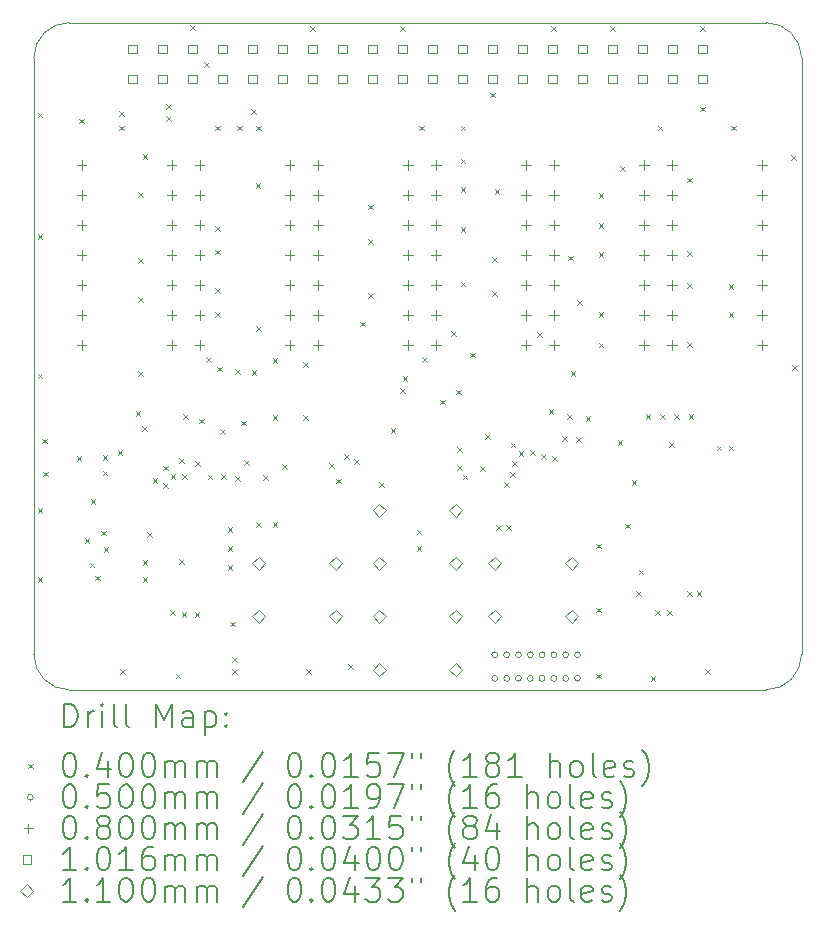
<source format=gbr>
%TF.GenerationSoftware,KiCad,Pcbnew,7.0.8*%
%TF.CreationDate,2023-10-22T00:53:55+03:00*%
%TF.ProjectId,ltp_kikad,6c74705f-6b69-46b6-9164-2e6b69636164,rev?*%
%TF.SameCoordinates,Original*%
%TF.FileFunction,Drillmap*%
%TF.FilePolarity,Positive*%
%FSLAX45Y45*%
G04 Gerber Fmt 4.5, Leading zero omitted, Abs format (unit mm)*
G04 Created by KiCad (PCBNEW 7.0.8) date 2023-10-22 00:53:55*
%MOMM*%
%LPD*%
G01*
G04 APERTURE LIST*
%ADD10C,0.100000*%
%ADD11C,0.200000*%
%ADD12C,0.040000*%
%ADD13C,0.050000*%
%ADD14C,0.080000*%
%ADD15C,0.101600*%
%ADD16C,0.110000*%
G04 APERTURE END LIST*
D10*
X18396680Y-7157220D02*
X18396680Y-5607220D01*
X18096680Y-10957220D02*
G75*
G03*
X18396680Y-10657220I0J300000D01*
G01*
X18396680Y-9057220D02*
X18396680Y-7157220D01*
X11896680Y-10657220D02*
G75*
G03*
X12196680Y-10957220I300000J0D01*
G01*
X18397020Y-10656360D02*
X18397020Y-9056360D01*
X18396680Y-5607220D02*
G75*
G03*
X18096680Y-5307220I-300000J0D01*
G01*
X12196680Y-5307220D02*
G75*
G03*
X11896680Y-5607220I0J-300000D01*
G01*
X18096680Y-5307220D02*
X12196680Y-5307220D01*
X18096680Y-10957220D02*
X12196680Y-10957220D01*
X11896680Y-10657220D02*
X11896680Y-5607220D01*
D11*
D12*
X11930000Y-6070000D02*
X11970000Y-6110000D01*
X11970000Y-6070000D02*
X11930000Y-6110000D01*
X11930000Y-7100000D02*
X11970000Y-7140000D01*
X11970000Y-7100000D02*
X11930000Y-7140000D01*
X11930000Y-8280000D02*
X11970000Y-8320000D01*
X11970000Y-8280000D02*
X11930000Y-8320000D01*
X11930000Y-9420000D02*
X11970000Y-9460000D01*
X11970000Y-9420000D02*
X11930000Y-9460000D01*
X11930000Y-10000000D02*
X11970000Y-10040000D01*
X11970000Y-10000000D02*
X11930000Y-10040000D01*
X11968700Y-8830000D02*
X12008700Y-8870000D01*
X12008700Y-8830000D02*
X11968700Y-8870000D01*
X11978700Y-9110000D02*
X12018700Y-9150000D01*
X12018700Y-9110000D02*
X11978700Y-9150000D01*
X12258700Y-8980000D02*
X12298700Y-9020000D01*
X12298700Y-8980000D02*
X12258700Y-9020000D01*
X12278700Y-6120000D02*
X12318700Y-6160000D01*
X12318700Y-6120000D02*
X12278700Y-6160000D01*
X12326006Y-9672694D02*
X12366006Y-9712694D01*
X12366006Y-9672694D02*
X12326006Y-9712694D01*
X12368700Y-9880000D02*
X12408700Y-9920000D01*
X12408700Y-9880000D02*
X12368700Y-9920000D01*
X12378700Y-9340000D02*
X12418700Y-9380000D01*
X12418700Y-9340000D02*
X12378700Y-9380000D01*
X12418700Y-9990000D02*
X12458700Y-10030000D01*
X12458700Y-9990000D02*
X12418700Y-10030000D01*
X12468700Y-9609550D02*
X12508700Y-9649550D01*
X12508700Y-9609550D02*
X12468700Y-9649550D01*
X12478700Y-8968715D02*
X12518700Y-9008715D01*
X12518700Y-8968715D02*
X12478700Y-9008715D01*
X12478700Y-9100000D02*
X12518700Y-9140000D01*
X12518700Y-9100000D02*
X12478700Y-9140000D01*
X12488700Y-9750000D02*
X12528700Y-9790000D01*
X12528700Y-9750000D02*
X12488700Y-9790000D01*
X12607461Y-8928715D02*
X12647461Y-8968715D01*
X12647461Y-8928715D02*
X12607461Y-8968715D01*
X12618700Y-6060000D02*
X12658700Y-6100000D01*
X12658700Y-6060000D02*
X12618700Y-6100000D01*
X12618700Y-6180000D02*
X12658700Y-6220000D01*
X12658700Y-6180000D02*
X12618700Y-6220000D01*
X12630000Y-10780000D02*
X12670000Y-10820000D01*
X12670000Y-10780000D02*
X12630000Y-10820000D01*
X12758700Y-8600000D02*
X12798700Y-8640000D01*
X12798700Y-8600000D02*
X12758700Y-8640000D01*
X12778700Y-8260000D02*
X12818700Y-8300000D01*
X12818700Y-8260000D02*
X12778700Y-8300000D01*
X12780000Y-6745000D02*
X12820000Y-6785000D01*
X12820000Y-6745000D02*
X12780000Y-6785000D01*
X12780000Y-7300000D02*
X12820000Y-7340000D01*
X12820000Y-7300000D02*
X12780000Y-7340000D01*
X12780000Y-7630000D02*
X12820000Y-7670000D01*
X12820000Y-7630000D02*
X12780000Y-7670000D01*
X12813309Y-8725391D02*
X12853309Y-8765391D01*
X12853309Y-8725391D02*
X12813309Y-8765391D01*
X12818700Y-6420000D02*
X12858700Y-6460000D01*
X12858700Y-6420000D02*
X12818700Y-6460000D01*
X12818700Y-9860000D02*
X12858700Y-9900000D01*
X12858700Y-9860000D02*
X12818700Y-9900000D01*
X12818700Y-10000000D02*
X12858700Y-10040000D01*
X12858700Y-10000000D02*
X12818700Y-10040000D01*
X12858700Y-9620000D02*
X12898700Y-9660000D01*
X12898700Y-9620000D02*
X12858700Y-9660000D01*
X12902547Y-9164199D02*
X12942547Y-9204199D01*
X12942547Y-9164199D02*
X12902547Y-9204199D01*
X12989503Y-9059269D02*
X13029503Y-9099269D01*
X13029503Y-9059269D02*
X12989503Y-9099269D01*
X12990504Y-9209536D02*
X13030504Y-9249536D01*
X13030504Y-9209536D02*
X12990504Y-9249536D01*
X13017470Y-6101230D02*
X13057470Y-6141230D01*
X13057470Y-6101230D02*
X13017470Y-6141230D01*
X13018700Y-6000000D02*
X13058700Y-6040000D01*
X13058700Y-6000000D02*
X13018700Y-6040000D01*
X13048700Y-10280000D02*
X13088700Y-10320000D01*
X13088700Y-10280000D02*
X13048700Y-10320000D01*
X13055655Y-9133738D02*
X13095655Y-9173738D01*
X13095655Y-9133738D02*
X13055655Y-9173738D01*
X13098700Y-10820000D02*
X13138700Y-10860000D01*
X13138700Y-10820000D02*
X13098700Y-10860000D01*
X13125103Y-8993597D02*
X13165103Y-9033597D01*
X13165103Y-8993597D02*
X13125103Y-9033597D01*
X13126419Y-9847669D02*
X13166419Y-9887669D01*
X13166419Y-9847669D02*
X13126419Y-9887669D01*
X13148700Y-10300000D02*
X13188700Y-10340000D01*
X13188700Y-10300000D02*
X13148700Y-10340000D01*
X13154279Y-9128586D02*
X13194279Y-9168586D01*
X13194279Y-9128586D02*
X13154279Y-9168586D01*
X13159890Y-8620000D02*
X13199890Y-8660000D01*
X13199890Y-8620000D02*
X13159890Y-8660000D01*
X13218700Y-5330000D02*
X13258700Y-5370000D01*
X13258700Y-5330000D02*
X13218700Y-5370000D01*
X13258700Y-10300000D02*
X13298700Y-10340000D01*
X13298700Y-10300000D02*
X13258700Y-10340000D01*
X13262746Y-9022475D02*
X13302746Y-9062475D01*
X13302746Y-9022475D02*
X13262746Y-9062475D01*
X13298700Y-8660000D02*
X13338700Y-8700000D01*
X13338700Y-8660000D02*
X13298700Y-8700000D01*
X13338700Y-5640000D02*
X13378700Y-5680000D01*
X13378700Y-5640000D02*
X13338700Y-5680000D01*
X13358700Y-8140000D02*
X13398700Y-8180000D01*
X13398700Y-8140000D02*
X13358700Y-8180000D01*
X13367615Y-9134885D02*
X13407615Y-9174885D01*
X13407615Y-9134885D02*
X13367615Y-9174885D01*
X13430000Y-6180000D02*
X13470000Y-6220000D01*
X13470000Y-6180000D02*
X13430000Y-6220000D01*
X13430000Y-7030000D02*
X13470000Y-7070000D01*
X13470000Y-7030000D02*
X13430000Y-7070000D01*
X13430000Y-7230000D02*
X13470000Y-7270000D01*
X13470000Y-7230000D02*
X13430000Y-7270000D01*
X13430000Y-7555000D02*
X13470000Y-7595000D01*
X13470000Y-7555000D02*
X13430000Y-7595000D01*
X13430000Y-7760000D02*
X13470000Y-7800000D01*
X13470000Y-7760000D02*
X13430000Y-7800000D01*
X13448700Y-8220000D02*
X13488700Y-8260000D01*
X13488700Y-8220000D02*
X13448700Y-8260000D01*
X13473700Y-8750050D02*
X13513700Y-8790050D01*
X13513700Y-8750050D02*
X13473700Y-8790050D01*
X13484070Y-9132690D02*
X13524070Y-9172690D01*
X13524070Y-9132690D02*
X13484070Y-9172690D01*
X13538611Y-9579841D02*
X13578611Y-9619841D01*
X13578611Y-9579841D02*
X13538611Y-9619841D01*
X13538700Y-9740000D02*
X13578700Y-9780000D01*
X13578700Y-9740000D02*
X13538700Y-9780000D01*
X13538700Y-9900000D02*
X13578700Y-9940000D01*
X13578700Y-9900000D02*
X13538700Y-9940000D01*
X13558700Y-10380000D02*
X13598700Y-10420000D01*
X13598700Y-10380000D02*
X13558700Y-10420000D01*
X13578700Y-10680000D02*
X13618700Y-10720000D01*
X13618700Y-10680000D02*
X13578700Y-10720000D01*
X13578700Y-10780000D02*
X13618700Y-10820000D01*
X13618700Y-10780000D02*
X13578700Y-10820000D01*
X13601918Y-9146105D02*
X13641918Y-9186105D01*
X13641918Y-9146105D02*
X13601918Y-9186105D01*
X13603921Y-8241062D02*
X13643921Y-8281062D01*
X13643921Y-8241062D02*
X13603921Y-8281062D01*
X13618700Y-6180000D02*
X13658700Y-6220000D01*
X13658700Y-6180000D02*
X13618700Y-6220000D01*
X13654948Y-8677428D02*
X13694948Y-8717428D01*
X13694948Y-8677428D02*
X13654948Y-8717428D01*
X13679225Y-9011195D02*
X13719225Y-9051195D01*
X13719225Y-9011195D02*
X13679225Y-9051195D01*
X13738700Y-6040000D02*
X13778700Y-6080000D01*
X13778700Y-6040000D02*
X13738700Y-6080000D01*
X13740340Y-8252450D02*
X13780340Y-8292450D01*
X13780340Y-8252450D02*
X13740340Y-8292450D01*
X13774658Y-6668653D02*
X13814658Y-6708653D01*
X13814658Y-6668653D02*
X13774658Y-6708653D01*
X13778700Y-7880000D02*
X13818700Y-7920000D01*
X13818700Y-7880000D02*
X13778700Y-7920000D01*
X13778700Y-9535050D02*
X13818700Y-9575050D01*
X13818700Y-9535050D02*
X13778700Y-9575050D01*
X13780000Y-6180000D02*
X13820000Y-6220000D01*
X13820000Y-6180000D02*
X13780000Y-6220000D01*
X13835700Y-9142050D02*
X13875700Y-9182050D01*
X13875700Y-9142050D02*
X13835700Y-9182050D01*
X13918700Y-8150000D02*
X13958700Y-8190000D01*
X13958700Y-8150000D02*
X13918700Y-8190000D01*
X13918700Y-8630000D02*
X13958700Y-8670000D01*
X13958700Y-8630000D02*
X13918700Y-8670000D01*
X13918700Y-9535050D02*
X13958700Y-9575050D01*
X13958700Y-9535050D02*
X13918700Y-9575050D01*
X14002157Y-9047050D02*
X14042157Y-9087050D01*
X14042157Y-9047050D02*
X14002157Y-9087050D01*
X14178700Y-8180000D02*
X14218700Y-8220000D01*
X14218700Y-8180000D02*
X14178700Y-8220000D01*
X14178700Y-8630000D02*
X14218700Y-8670000D01*
X14218700Y-8630000D02*
X14178700Y-8670000D01*
X14200000Y-10780000D02*
X14240000Y-10820000D01*
X14240000Y-10780000D02*
X14200000Y-10820000D01*
X14238700Y-5340000D02*
X14278700Y-5380000D01*
X14278700Y-5340000D02*
X14238700Y-5380000D01*
X14398700Y-9040000D02*
X14438700Y-9080000D01*
X14438700Y-9040000D02*
X14398700Y-9080000D01*
X14458700Y-9170000D02*
X14498700Y-9210000D01*
X14498700Y-9170000D02*
X14458700Y-9210000D01*
X14523750Y-8960000D02*
X14563750Y-9000000D01*
X14563750Y-8960000D02*
X14523750Y-9000000D01*
X14558700Y-10740000D02*
X14598700Y-10780000D01*
X14598700Y-10740000D02*
X14558700Y-10780000D01*
X14607517Y-9004706D02*
X14647517Y-9044706D01*
X14647517Y-9004706D02*
X14607517Y-9044706D01*
X14658700Y-7840000D02*
X14698700Y-7880000D01*
X14698700Y-7840000D02*
X14658700Y-7880000D01*
X14730000Y-6850000D02*
X14770000Y-6890000D01*
X14770000Y-6850000D02*
X14730000Y-6890000D01*
X14730000Y-7140000D02*
X14770000Y-7180000D01*
X14770000Y-7140000D02*
X14730000Y-7180000D01*
X14730000Y-7600000D02*
X14770000Y-7640000D01*
X14770000Y-7600000D02*
X14730000Y-7640000D01*
X14818700Y-9200000D02*
X14858700Y-9240000D01*
X14858700Y-9200000D02*
X14818700Y-9240000D01*
X14918700Y-8740000D02*
X14958700Y-8780000D01*
X14958700Y-8740000D02*
X14918700Y-8780000D01*
X14998700Y-5340000D02*
X15038700Y-5380000D01*
X15038700Y-5340000D02*
X14998700Y-5380000D01*
X14998700Y-8400000D02*
X15038700Y-8440000D01*
X15038700Y-8400000D02*
X14998700Y-8440000D01*
X15018700Y-8300000D02*
X15058700Y-8340000D01*
X15058700Y-8300000D02*
X15018700Y-8340000D01*
X15138700Y-9600000D02*
X15178700Y-9640000D01*
X15178700Y-9600000D02*
X15138700Y-9640000D01*
X15138700Y-9740000D02*
X15178700Y-9780000D01*
X15178700Y-9740000D02*
X15138700Y-9780000D01*
X15158700Y-6180000D02*
X15198700Y-6220000D01*
X15198700Y-6180000D02*
X15158700Y-6220000D01*
X15182994Y-8141094D02*
X15222994Y-8181094D01*
X15222994Y-8141094D02*
X15182994Y-8181094D01*
X15338700Y-8500000D02*
X15378700Y-8540000D01*
X15378700Y-8500000D02*
X15338700Y-8540000D01*
X15428700Y-7920000D02*
X15468700Y-7960000D01*
X15468700Y-7920000D02*
X15428700Y-7960000D01*
X15471250Y-8416297D02*
X15511250Y-8456297D01*
X15511250Y-8416297D02*
X15471250Y-8456297D01*
X15478700Y-8905000D02*
X15518700Y-8945000D01*
X15518700Y-8905000D02*
X15478700Y-8945000D01*
X15478700Y-9055000D02*
X15518700Y-9095000D01*
X15518700Y-9055000D02*
X15478700Y-9095000D01*
X15510000Y-6180000D02*
X15550000Y-6220000D01*
X15550000Y-6180000D02*
X15510000Y-6220000D01*
X15510000Y-6460000D02*
X15550000Y-6500000D01*
X15550000Y-6460000D02*
X15510000Y-6500000D01*
X15510000Y-6700000D02*
X15550000Y-6740000D01*
X15550000Y-6700000D02*
X15510000Y-6740000D01*
X15510000Y-7040000D02*
X15550000Y-7080000D01*
X15550000Y-7040000D02*
X15510000Y-7080000D01*
X15510000Y-7500000D02*
X15550000Y-7540000D01*
X15550000Y-7500000D02*
X15510000Y-7540000D01*
X15528463Y-9135865D02*
X15568463Y-9175865D01*
X15568463Y-9135865D02*
X15528463Y-9175865D01*
X15591250Y-8102550D02*
X15631250Y-8142550D01*
X15631250Y-8102550D02*
X15591250Y-8142550D01*
X15678700Y-9060000D02*
X15718700Y-9100000D01*
X15718700Y-9060000D02*
X15678700Y-9100000D01*
X15718373Y-8790000D02*
X15758373Y-8830000D01*
X15758373Y-8790000D02*
X15718373Y-8830000D01*
X15758700Y-5900000D02*
X15798700Y-5940000D01*
X15798700Y-5900000D02*
X15758700Y-5940000D01*
X15780000Y-7292105D02*
X15820000Y-7332105D01*
X15820000Y-7292105D02*
X15780000Y-7332105D01*
X15780000Y-7580000D02*
X15820000Y-7620000D01*
X15820000Y-7580000D02*
X15780000Y-7620000D01*
X15798700Y-6720000D02*
X15838700Y-6760000D01*
X15838700Y-6720000D02*
X15798700Y-6760000D01*
X15808700Y-9560000D02*
X15848700Y-9600000D01*
X15848700Y-9560000D02*
X15808700Y-9600000D01*
X15876575Y-9199423D02*
X15916575Y-9239423D01*
X15916575Y-9199423D02*
X15876575Y-9239423D01*
X15898700Y-9560000D02*
X15938700Y-9600000D01*
X15938700Y-9560000D02*
X15898700Y-9600000D01*
X15929256Y-9113975D02*
X15969256Y-9153975D01*
X15969256Y-9113975D02*
X15929256Y-9153975D01*
X15933323Y-8864002D02*
X15973323Y-8904002D01*
X15973323Y-8864002D02*
X15933323Y-8904002D01*
X15949355Y-9021125D02*
X15989355Y-9061125D01*
X15989355Y-9021125D02*
X15949355Y-9061125D01*
X16001200Y-8934402D02*
X16041200Y-8974402D01*
X16041200Y-8934402D02*
X16001200Y-8974402D01*
X16101070Y-8928427D02*
X16141070Y-8968427D01*
X16141070Y-8928427D02*
X16101070Y-8968427D01*
X16158700Y-7931500D02*
X16198700Y-7971500D01*
X16198700Y-7931500D02*
X16158700Y-7971500D01*
X16190377Y-8960821D02*
X16230377Y-9000821D01*
X16230377Y-8960821D02*
X16190377Y-9000821D01*
X16255236Y-8581148D02*
X16295236Y-8621148D01*
X16295236Y-8581148D02*
X16255236Y-8621148D01*
X16278700Y-5340000D02*
X16318700Y-5380000D01*
X16318700Y-5340000D02*
X16278700Y-5380000D01*
X16283247Y-8980823D02*
X16323247Y-9020823D01*
X16323247Y-8980823D02*
X16283247Y-9020823D01*
X16367350Y-8809830D02*
X16407350Y-8849830D01*
X16407350Y-8809830D02*
X16367350Y-8849830D01*
X16414090Y-8620655D02*
X16454090Y-8660655D01*
X16454090Y-8620655D02*
X16414090Y-8660655D01*
X16418700Y-7280000D02*
X16458700Y-7320000D01*
X16458700Y-7280000D02*
X16418700Y-7320000D01*
X16440890Y-8260000D02*
X16480890Y-8300000D01*
X16480890Y-8260000D02*
X16440890Y-8300000D01*
X16488700Y-8815000D02*
X16528700Y-8855000D01*
X16528700Y-8815000D02*
X16488700Y-8855000D01*
X16498700Y-7660000D02*
X16538700Y-7700000D01*
X16538700Y-7660000D02*
X16498700Y-7700000D01*
X16568700Y-8640000D02*
X16608700Y-8680000D01*
X16608700Y-8640000D02*
X16568700Y-8680000D01*
X16658700Y-9720000D02*
X16698700Y-9760000D01*
X16698700Y-9720000D02*
X16658700Y-9760000D01*
X16658700Y-10260000D02*
X16698700Y-10300000D01*
X16698700Y-10260000D02*
X16658700Y-10300000D01*
X16658700Y-10820000D02*
X16698700Y-10860000D01*
X16698700Y-10820000D02*
X16658700Y-10860000D01*
X16678700Y-7760000D02*
X16718700Y-7800000D01*
X16718700Y-7760000D02*
X16678700Y-7800000D01*
X16680000Y-6750000D02*
X16720000Y-6790000D01*
X16720000Y-6750000D02*
X16680000Y-6790000D01*
X16680000Y-7007500D02*
X16720000Y-7047500D01*
X16720000Y-7007500D02*
X16680000Y-7047500D01*
X16680000Y-7250000D02*
X16720000Y-7290000D01*
X16720000Y-7250000D02*
X16680000Y-7290000D01*
X16680000Y-8017500D02*
X16720000Y-8057500D01*
X16720000Y-8017500D02*
X16680000Y-8057500D01*
X16778700Y-5340000D02*
X16818700Y-5380000D01*
X16818700Y-5340000D02*
X16778700Y-5380000D01*
X16838700Y-8840000D02*
X16878700Y-8880000D01*
X16878700Y-8840000D02*
X16838700Y-8880000D01*
X16858700Y-6520000D02*
X16898700Y-6560000D01*
X16898700Y-6520000D02*
X16858700Y-6560000D01*
X16906150Y-9550000D02*
X16946150Y-9590000D01*
X16946150Y-9550000D02*
X16906150Y-9590000D01*
X16958700Y-9180000D02*
X16998700Y-9220000D01*
X16998700Y-9180000D02*
X16958700Y-9220000D01*
X16998700Y-10120000D02*
X17038700Y-10160000D01*
X17038700Y-10120000D02*
X16998700Y-10160000D01*
X17018700Y-9940000D02*
X17058700Y-9980000D01*
X17058700Y-9940000D02*
X17018700Y-9980000D01*
X17075890Y-8622810D02*
X17115890Y-8662810D01*
X17115890Y-8622810D02*
X17075890Y-8662810D01*
X17118700Y-10840000D02*
X17158700Y-10880000D01*
X17158700Y-10840000D02*
X17118700Y-10880000D01*
X17160000Y-10280000D02*
X17200000Y-10320000D01*
X17200000Y-10280000D02*
X17160000Y-10320000D01*
X17178700Y-6180000D02*
X17218700Y-6220000D01*
X17218700Y-6180000D02*
X17178700Y-6220000D01*
X17198700Y-8620000D02*
X17238700Y-8660000D01*
X17238700Y-8620000D02*
X17198700Y-8660000D01*
X17260000Y-10280000D02*
X17300000Y-10320000D01*
X17300000Y-10280000D02*
X17260000Y-10320000D01*
X17278700Y-8860000D02*
X17318700Y-8900000D01*
X17318700Y-8860000D02*
X17278700Y-8900000D01*
X17318700Y-8620000D02*
X17358700Y-8660000D01*
X17358700Y-8620000D02*
X17318700Y-8660000D01*
X17428700Y-10120000D02*
X17468700Y-10160000D01*
X17468700Y-10120000D02*
X17428700Y-10160000D01*
X17430000Y-6620000D02*
X17470000Y-6660000D01*
X17470000Y-6620000D02*
X17430000Y-6660000D01*
X17430000Y-7240000D02*
X17470000Y-7280000D01*
X17470000Y-7240000D02*
X17430000Y-7280000D01*
X17430000Y-7515000D02*
X17470000Y-7555000D01*
X17470000Y-7515000D02*
X17430000Y-7555000D01*
X17430000Y-8012500D02*
X17470000Y-8052500D01*
X17470000Y-8012500D02*
X17430000Y-8052500D01*
X17441006Y-8622306D02*
X17481006Y-8662306D01*
X17481006Y-8622306D02*
X17441006Y-8662306D01*
X17508700Y-10120000D02*
X17548700Y-10160000D01*
X17548700Y-10120000D02*
X17508700Y-10160000D01*
X17538700Y-5340000D02*
X17578700Y-5380000D01*
X17578700Y-5340000D02*
X17538700Y-5380000D01*
X17538700Y-6020000D02*
X17578700Y-6060000D01*
X17578700Y-6020000D02*
X17538700Y-6060000D01*
X17580000Y-10780000D02*
X17620000Y-10820000D01*
X17620000Y-10780000D02*
X17580000Y-10820000D01*
X17678700Y-8890000D02*
X17718700Y-8930000D01*
X17718700Y-8890000D02*
X17678700Y-8930000D01*
X17778700Y-8890000D02*
X17818700Y-8930000D01*
X17818700Y-8890000D02*
X17778700Y-8930000D01*
X17780000Y-7520000D02*
X17820000Y-7560000D01*
X17820000Y-7520000D02*
X17780000Y-7560000D01*
X17780000Y-7760000D02*
X17820000Y-7800000D01*
X17820000Y-7760000D02*
X17780000Y-7800000D01*
X17798700Y-6180000D02*
X17838700Y-6220000D01*
X17838700Y-6180000D02*
X17798700Y-6220000D01*
X18308700Y-6430000D02*
X18348700Y-6470000D01*
X18348700Y-6430000D02*
X18308700Y-6470000D01*
X18318700Y-8210000D02*
X18358700Y-8250000D01*
X18358700Y-8210000D02*
X18318700Y-8250000D01*
D13*
X15825000Y-10660000D02*
G75*
G03*
X15825000Y-10660000I-25000J0D01*
G01*
X15825000Y-10860000D02*
G75*
G03*
X15825000Y-10860000I-25000J0D01*
G01*
X15925000Y-10660000D02*
G75*
G03*
X15925000Y-10660000I-25000J0D01*
G01*
X15925000Y-10860000D02*
G75*
G03*
X15925000Y-10860000I-25000J0D01*
G01*
X16025000Y-10660000D02*
G75*
G03*
X16025000Y-10660000I-25000J0D01*
G01*
X16025000Y-10860000D02*
G75*
G03*
X16025000Y-10860000I-25000J0D01*
G01*
X16125000Y-10660000D02*
G75*
G03*
X16125000Y-10660000I-25000J0D01*
G01*
X16125000Y-10860000D02*
G75*
G03*
X16125000Y-10860000I-25000J0D01*
G01*
X16225000Y-10660000D02*
G75*
G03*
X16225000Y-10660000I-25000J0D01*
G01*
X16225000Y-10860000D02*
G75*
G03*
X16225000Y-10860000I-25000J0D01*
G01*
X16325000Y-10660000D02*
G75*
G03*
X16325000Y-10660000I-25000J0D01*
G01*
X16325000Y-10860000D02*
G75*
G03*
X16325000Y-10860000I-25000J0D01*
G01*
X16425000Y-10660000D02*
G75*
G03*
X16425000Y-10660000I-25000J0D01*
G01*
X16425000Y-10860000D02*
G75*
G03*
X16425000Y-10860000I-25000J0D01*
G01*
X16525000Y-10660000D02*
G75*
G03*
X16525000Y-10660000I-25000J0D01*
G01*
X16525000Y-10860000D02*
G75*
G03*
X16525000Y-10860000I-25000J0D01*
G01*
D14*
X12301700Y-6475000D02*
X12301700Y-6555000D01*
X12261700Y-6515000D02*
X12341700Y-6515000D01*
X12301700Y-6729000D02*
X12301700Y-6809000D01*
X12261700Y-6769000D02*
X12341700Y-6769000D01*
X12301700Y-6983000D02*
X12301700Y-7063000D01*
X12261700Y-7023000D02*
X12341700Y-7023000D01*
X12301700Y-7237000D02*
X12301700Y-7317000D01*
X12261700Y-7277000D02*
X12341700Y-7277000D01*
X12301700Y-7491000D02*
X12301700Y-7571000D01*
X12261700Y-7531000D02*
X12341700Y-7531000D01*
X12301700Y-7745000D02*
X12301700Y-7825000D01*
X12261700Y-7785000D02*
X12341700Y-7785000D01*
X12301700Y-7999000D02*
X12301700Y-8079000D01*
X12261700Y-8039000D02*
X12341700Y-8039000D01*
X13063700Y-6475000D02*
X13063700Y-6555000D01*
X13023700Y-6515000D02*
X13103700Y-6515000D01*
X13063700Y-6729000D02*
X13063700Y-6809000D01*
X13023700Y-6769000D02*
X13103700Y-6769000D01*
X13063700Y-6983000D02*
X13063700Y-7063000D01*
X13023700Y-7023000D02*
X13103700Y-7023000D01*
X13063700Y-7237000D02*
X13063700Y-7317000D01*
X13023700Y-7277000D02*
X13103700Y-7277000D01*
X13063700Y-7491000D02*
X13063700Y-7571000D01*
X13023700Y-7531000D02*
X13103700Y-7531000D01*
X13063700Y-7745000D02*
X13063700Y-7825000D01*
X13023700Y-7785000D02*
X13103700Y-7785000D01*
X13063700Y-7999000D02*
X13063700Y-8079000D01*
X13023700Y-8039000D02*
X13103700Y-8039000D01*
X13301700Y-6475000D02*
X13301700Y-6555000D01*
X13261700Y-6515000D02*
X13341700Y-6515000D01*
X13301700Y-6729000D02*
X13301700Y-6809000D01*
X13261700Y-6769000D02*
X13341700Y-6769000D01*
X13301700Y-6983000D02*
X13301700Y-7063000D01*
X13261700Y-7023000D02*
X13341700Y-7023000D01*
X13301700Y-7237000D02*
X13301700Y-7317000D01*
X13261700Y-7277000D02*
X13341700Y-7277000D01*
X13301700Y-7491000D02*
X13301700Y-7571000D01*
X13261700Y-7531000D02*
X13341700Y-7531000D01*
X13301700Y-7745000D02*
X13301700Y-7825000D01*
X13261700Y-7785000D02*
X13341700Y-7785000D01*
X13301700Y-7999000D02*
X13301700Y-8079000D01*
X13261700Y-8039000D02*
X13341700Y-8039000D01*
X14063700Y-6475000D02*
X14063700Y-6555000D01*
X14023700Y-6515000D02*
X14103700Y-6515000D01*
X14063700Y-6729000D02*
X14063700Y-6809000D01*
X14023700Y-6769000D02*
X14103700Y-6769000D01*
X14063700Y-6983000D02*
X14063700Y-7063000D01*
X14023700Y-7023000D02*
X14103700Y-7023000D01*
X14063700Y-7237000D02*
X14063700Y-7317000D01*
X14023700Y-7277000D02*
X14103700Y-7277000D01*
X14063700Y-7491000D02*
X14063700Y-7571000D01*
X14023700Y-7531000D02*
X14103700Y-7531000D01*
X14063700Y-7745000D02*
X14063700Y-7825000D01*
X14023700Y-7785000D02*
X14103700Y-7785000D01*
X14063700Y-7999000D02*
X14063700Y-8079000D01*
X14023700Y-8039000D02*
X14103700Y-8039000D01*
X14301700Y-6474960D02*
X14301700Y-6554960D01*
X14261700Y-6514960D02*
X14341700Y-6514960D01*
X14301700Y-6728960D02*
X14301700Y-6808960D01*
X14261700Y-6768960D02*
X14341700Y-6768960D01*
X14301700Y-6982960D02*
X14301700Y-7062960D01*
X14261700Y-7022960D02*
X14341700Y-7022960D01*
X14301700Y-7236960D02*
X14301700Y-7316960D01*
X14261700Y-7276960D02*
X14341700Y-7276960D01*
X14301700Y-7490960D02*
X14301700Y-7570960D01*
X14261700Y-7530960D02*
X14341700Y-7530960D01*
X14301700Y-7744960D02*
X14301700Y-7824960D01*
X14261700Y-7784960D02*
X14341700Y-7784960D01*
X14301700Y-7998960D02*
X14301700Y-8078960D01*
X14261700Y-8038960D02*
X14341700Y-8038960D01*
X15063700Y-6474960D02*
X15063700Y-6554960D01*
X15023700Y-6514960D02*
X15103700Y-6514960D01*
X15063700Y-6728960D02*
X15063700Y-6808960D01*
X15023700Y-6768960D02*
X15103700Y-6768960D01*
X15063700Y-6982960D02*
X15063700Y-7062960D01*
X15023700Y-7022960D02*
X15103700Y-7022960D01*
X15063700Y-7236960D02*
X15063700Y-7316960D01*
X15023700Y-7276960D02*
X15103700Y-7276960D01*
X15063700Y-7490960D02*
X15063700Y-7570960D01*
X15023700Y-7530960D02*
X15103700Y-7530960D01*
X15063700Y-7744960D02*
X15063700Y-7824960D01*
X15023700Y-7784960D02*
X15103700Y-7784960D01*
X15063700Y-7998960D02*
X15063700Y-8078960D01*
X15023700Y-8038960D02*
X15103700Y-8038960D01*
X15301700Y-6474960D02*
X15301700Y-6554960D01*
X15261700Y-6514960D02*
X15341700Y-6514960D01*
X15301700Y-6728960D02*
X15301700Y-6808960D01*
X15261700Y-6768960D02*
X15341700Y-6768960D01*
X15301700Y-6982960D02*
X15301700Y-7062960D01*
X15261700Y-7022960D02*
X15341700Y-7022960D01*
X15301700Y-7236960D02*
X15301700Y-7316960D01*
X15261700Y-7276960D02*
X15341700Y-7276960D01*
X15301700Y-7490960D02*
X15301700Y-7570960D01*
X15261700Y-7530960D02*
X15341700Y-7530960D01*
X15301700Y-7744960D02*
X15301700Y-7824960D01*
X15261700Y-7784960D02*
X15341700Y-7784960D01*
X15301700Y-7998960D02*
X15301700Y-8078960D01*
X15261700Y-8038960D02*
X15341700Y-8038960D01*
X16063700Y-6474960D02*
X16063700Y-6554960D01*
X16023700Y-6514960D02*
X16103700Y-6514960D01*
X16063700Y-6728960D02*
X16063700Y-6808960D01*
X16023700Y-6768960D02*
X16103700Y-6768960D01*
X16063700Y-6982960D02*
X16063700Y-7062960D01*
X16023700Y-7022960D02*
X16103700Y-7022960D01*
X16063700Y-7236960D02*
X16063700Y-7316960D01*
X16023700Y-7276960D02*
X16103700Y-7276960D01*
X16063700Y-7490960D02*
X16063700Y-7570960D01*
X16023700Y-7530960D02*
X16103700Y-7530960D01*
X16063700Y-7744960D02*
X16063700Y-7824960D01*
X16023700Y-7784960D02*
X16103700Y-7784960D01*
X16063700Y-7998960D02*
X16063700Y-8078960D01*
X16023700Y-8038960D02*
X16103700Y-8038960D01*
X16301700Y-6475000D02*
X16301700Y-6555000D01*
X16261700Y-6515000D02*
X16341700Y-6515000D01*
X16301700Y-6729000D02*
X16301700Y-6809000D01*
X16261700Y-6769000D02*
X16341700Y-6769000D01*
X16301700Y-6983000D02*
X16301700Y-7063000D01*
X16261700Y-7023000D02*
X16341700Y-7023000D01*
X16301700Y-7237000D02*
X16301700Y-7317000D01*
X16261700Y-7277000D02*
X16341700Y-7277000D01*
X16301700Y-7491000D02*
X16301700Y-7571000D01*
X16261700Y-7531000D02*
X16341700Y-7531000D01*
X16301700Y-7745000D02*
X16301700Y-7825000D01*
X16261700Y-7785000D02*
X16341700Y-7785000D01*
X16301700Y-7999000D02*
X16301700Y-8079000D01*
X16261700Y-8039000D02*
X16341700Y-8039000D01*
X17063700Y-6475000D02*
X17063700Y-6555000D01*
X17023700Y-6515000D02*
X17103700Y-6515000D01*
X17063700Y-6729000D02*
X17063700Y-6809000D01*
X17023700Y-6769000D02*
X17103700Y-6769000D01*
X17063700Y-6983000D02*
X17063700Y-7063000D01*
X17023700Y-7023000D02*
X17103700Y-7023000D01*
X17063700Y-7237000D02*
X17063700Y-7317000D01*
X17023700Y-7277000D02*
X17103700Y-7277000D01*
X17063700Y-7491000D02*
X17063700Y-7571000D01*
X17023700Y-7531000D02*
X17103700Y-7531000D01*
X17063700Y-7745000D02*
X17063700Y-7825000D01*
X17023700Y-7785000D02*
X17103700Y-7785000D01*
X17063700Y-7999000D02*
X17063700Y-8079000D01*
X17023700Y-8039000D02*
X17103700Y-8039000D01*
X17301700Y-6475000D02*
X17301700Y-6555000D01*
X17261700Y-6515000D02*
X17341700Y-6515000D01*
X17301700Y-6729000D02*
X17301700Y-6809000D01*
X17261700Y-6769000D02*
X17341700Y-6769000D01*
X17301700Y-6983000D02*
X17301700Y-7063000D01*
X17261700Y-7023000D02*
X17341700Y-7023000D01*
X17301700Y-7237000D02*
X17301700Y-7317000D01*
X17261700Y-7277000D02*
X17341700Y-7277000D01*
X17301700Y-7491000D02*
X17301700Y-7571000D01*
X17261700Y-7531000D02*
X17341700Y-7531000D01*
X17301700Y-7745000D02*
X17301700Y-7825000D01*
X17261700Y-7785000D02*
X17341700Y-7785000D01*
X17301700Y-7999000D02*
X17301700Y-8079000D01*
X17261700Y-8039000D02*
X17341700Y-8039000D01*
X18063700Y-6475000D02*
X18063700Y-6555000D01*
X18023700Y-6515000D02*
X18103700Y-6515000D01*
X18063700Y-6729000D02*
X18063700Y-6809000D01*
X18023700Y-6769000D02*
X18103700Y-6769000D01*
X18063700Y-6983000D02*
X18063700Y-7063000D01*
X18023700Y-7023000D02*
X18103700Y-7023000D01*
X18063700Y-7237000D02*
X18063700Y-7317000D01*
X18023700Y-7277000D02*
X18103700Y-7277000D01*
X18063700Y-7491000D02*
X18063700Y-7571000D01*
X18023700Y-7531000D02*
X18103700Y-7531000D01*
X18063700Y-7745000D02*
X18063700Y-7825000D01*
X18023700Y-7785000D02*
X18103700Y-7785000D01*
X18063700Y-7999000D02*
X18063700Y-8079000D01*
X18023700Y-8039000D02*
X18103700Y-8039000D01*
D15*
X12768921Y-5565921D02*
X12768921Y-5494079D01*
X12697079Y-5494079D01*
X12697079Y-5565921D01*
X12768921Y-5565921D01*
X12768921Y-5819921D02*
X12768921Y-5748079D01*
X12697079Y-5748079D01*
X12697079Y-5819921D01*
X12768921Y-5819921D01*
X13022921Y-5565921D02*
X13022921Y-5494079D01*
X12951079Y-5494079D01*
X12951079Y-5565921D01*
X13022921Y-5565921D01*
X13022921Y-5819921D02*
X13022921Y-5748079D01*
X12951079Y-5748079D01*
X12951079Y-5819921D01*
X13022921Y-5819921D01*
X13276921Y-5565921D02*
X13276921Y-5494079D01*
X13205079Y-5494079D01*
X13205079Y-5565921D01*
X13276921Y-5565921D01*
X13276921Y-5819921D02*
X13276921Y-5748079D01*
X13205079Y-5748079D01*
X13205079Y-5819921D01*
X13276921Y-5819921D01*
X13530921Y-5565921D02*
X13530921Y-5494079D01*
X13459079Y-5494079D01*
X13459079Y-5565921D01*
X13530921Y-5565921D01*
X13530921Y-5819921D02*
X13530921Y-5748079D01*
X13459079Y-5748079D01*
X13459079Y-5819921D01*
X13530921Y-5819921D01*
X13784921Y-5565921D02*
X13784921Y-5494079D01*
X13713079Y-5494079D01*
X13713079Y-5565921D01*
X13784921Y-5565921D01*
X13784921Y-5819921D02*
X13784921Y-5748079D01*
X13713079Y-5748079D01*
X13713079Y-5819921D01*
X13784921Y-5819921D01*
X14038921Y-5565921D02*
X14038921Y-5494079D01*
X13967079Y-5494079D01*
X13967079Y-5565921D01*
X14038921Y-5565921D01*
X14038921Y-5819921D02*
X14038921Y-5748079D01*
X13967079Y-5748079D01*
X13967079Y-5819921D01*
X14038921Y-5819921D01*
X14292921Y-5565921D02*
X14292921Y-5494079D01*
X14221079Y-5494079D01*
X14221079Y-5565921D01*
X14292921Y-5565921D01*
X14292921Y-5819921D02*
X14292921Y-5748079D01*
X14221079Y-5748079D01*
X14221079Y-5819921D01*
X14292921Y-5819921D01*
X14546921Y-5565921D02*
X14546921Y-5494079D01*
X14475079Y-5494079D01*
X14475079Y-5565921D01*
X14546921Y-5565921D01*
X14546921Y-5819921D02*
X14546921Y-5748079D01*
X14475079Y-5748079D01*
X14475079Y-5819921D01*
X14546921Y-5819921D01*
X14800921Y-5565921D02*
X14800921Y-5494079D01*
X14729079Y-5494079D01*
X14729079Y-5565921D01*
X14800921Y-5565921D01*
X14800921Y-5819921D02*
X14800921Y-5748079D01*
X14729079Y-5748079D01*
X14729079Y-5819921D01*
X14800921Y-5819921D01*
X15054921Y-5565921D02*
X15054921Y-5494079D01*
X14983079Y-5494079D01*
X14983079Y-5565921D01*
X15054921Y-5565921D01*
X15054921Y-5819921D02*
X15054921Y-5748079D01*
X14983079Y-5748079D01*
X14983079Y-5819921D01*
X15054921Y-5819921D01*
X15308921Y-5565921D02*
X15308921Y-5494079D01*
X15237079Y-5494079D01*
X15237079Y-5565921D01*
X15308921Y-5565921D01*
X15308921Y-5819921D02*
X15308921Y-5748079D01*
X15237079Y-5748079D01*
X15237079Y-5819921D01*
X15308921Y-5819921D01*
X15562921Y-5565921D02*
X15562921Y-5494079D01*
X15491079Y-5494079D01*
X15491079Y-5565921D01*
X15562921Y-5565921D01*
X15562921Y-5819921D02*
X15562921Y-5748079D01*
X15491079Y-5748079D01*
X15491079Y-5819921D01*
X15562921Y-5819921D01*
X15816921Y-5565921D02*
X15816921Y-5494079D01*
X15745079Y-5494079D01*
X15745079Y-5565921D01*
X15816921Y-5565921D01*
X15816921Y-5819921D02*
X15816921Y-5748079D01*
X15745079Y-5748079D01*
X15745079Y-5819921D01*
X15816921Y-5819921D01*
X16070921Y-5565921D02*
X16070921Y-5494079D01*
X15999079Y-5494079D01*
X15999079Y-5565921D01*
X16070921Y-5565921D01*
X16070921Y-5819921D02*
X16070921Y-5748079D01*
X15999079Y-5748079D01*
X15999079Y-5819921D01*
X16070921Y-5819921D01*
X16324921Y-5565921D02*
X16324921Y-5494079D01*
X16253079Y-5494079D01*
X16253079Y-5565921D01*
X16324921Y-5565921D01*
X16324921Y-5819921D02*
X16324921Y-5748079D01*
X16253079Y-5748079D01*
X16253079Y-5819921D01*
X16324921Y-5819921D01*
X16578921Y-5565921D02*
X16578921Y-5494079D01*
X16507079Y-5494079D01*
X16507079Y-5565921D01*
X16578921Y-5565921D01*
X16578921Y-5819921D02*
X16578921Y-5748079D01*
X16507079Y-5748079D01*
X16507079Y-5819921D01*
X16578921Y-5819921D01*
X16832921Y-5565921D02*
X16832921Y-5494079D01*
X16761079Y-5494079D01*
X16761079Y-5565921D01*
X16832921Y-5565921D01*
X16832921Y-5819921D02*
X16832921Y-5748079D01*
X16761079Y-5748079D01*
X16761079Y-5819921D01*
X16832921Y-5819921D01*
X17086921Y-5565921D02*
X17086921Y-5494079D01*
X17015079Y-5494079D01*
X17015079Y-5565921D01*
X17086921Y-5565921D01*
X17086921Y-5819921D02*
X17086921Y-5748079D01*
X17015079Y-5748079D01*
X17015079Y-5819921D01*
X17086921Y-5819921D01*
X17340921Y-5565921D02*
X17340921Y-5494079D01*
X17269079Y-5494079D01*
X17269079Y-5565921D01*
X17340921Y-5565921D01*
X17340921Y-5819921D02*
X17340921Y-5748079D01*
X17269079Y-5748079D01*
X17269079Y-5819921D01*
X17340921Y-5819921D01*
X17594921Y-5565921D02*
X17594921Y-5494079D01*
X17523079Y-5494079D01*
X17523079Y-5565921D01*
X17594921Y-5565921D01*
X17594921Y-5819921D02*
X17594921Y-5748079D01*
X17523079Y-5748079D01*
X17523079Y-5819921D01*
X17594921Y-5819921D01*
D16*
X13801200Y-9940000D02*
X13856200Y-9885000D01*
X13801200Y-9830000D01*
X13746200Y-9885000D01*
X13801200Y-9940000D01*
X13801200Y-10390000D02*
X13856200Y-10335000D01*
X13801200Y-10280000D01*
X13746200Y-10335000D01*
X13801200Y-10390000D01*
X14451200Y-9940000D02*
X14506200Y-9885000D01*
X14451200Y-9830000D01*
X14396200Y-9885000D01*
X14451200Y-9940000D01*
X14451200Y-10390000D02*
X14506200Y-10335000D01*
X14451200Y-10280000D01*
X14396200Y-10335000D01*
X14451200Y-10390000D01*
X14821200Y-9490000D02*
X14876200Y-9435000D01*
X14821200Y-9380000D01*
X14766200Y-9435000D01*
X14821200Y-9490000D01*
X14821200Y-9940000D02*
X14876200Y-9885000D01*
X14821200Y-9830000D01*
X14766200Y-9885000D01*
X14821200Y-9940000D01*
X14821200Y-10390000D02*
X14876200Y-10335000D01*
X14821200Y-10280000D01*
X14766200Y-10335000D01*
X14821200Y-10390000D01*
X14821200Y-10840000D02*
X14876200Y-10785000D01*
X14821200Y-10730000D01*
X14766200Y-10785000D01*
X14821200Y-10840000D01*
X15471200Y-9490000D02*
X15526200Y-9435000D01*
X15471200Y-9380000D01*
X15416200Y-9435000D01*
X15471200Y-9490000D01*
X15471200Y-9940000D02*
X15526200Y-9885000D01*
X15471200Y-9830000D01*
X15416200Y-9885000D01*
X15471200Y-9940000D01*
X15471200Y-10390000D02*
X15526200Y-10335000D01*
X15471200Y-10280000D01*
X15416200Y-10335000D01*
X15471200Y-10390000D01*
X15471200Y-10840000D02*
X15526200Y-10785000D01*
X15471200Y-10730000D01*
X15416200Y-10785000D01*
X15471200Y-10840000D01*
X15801200Y-9940000D02*
X15856200Y-9885000D01*
X15801200Y-9830000D01*
X15746200Y-9885000D01*
X15801200Y-9940000D01*
X15801200Y-10390000D02*
X15856200Y-10335000D01*
X15801200Y-10280000D01*
X15746200Y-10335000D01*
X15801200Y-10390000D01*
X16451200Y-9940000D02*
X16506200Y-9885000D01*
X16451200Y-9830000D01*
X16396200Y-9885000D01*
X16451200Y-9940000D01*
X16451200Y-10390000D02*
X16506200Y-10335000D01*
X16451200Y-10280000D01*
X16396200Y-10335000D01*
X16451200Y-10390000D01*
D11*
X12152457Y-11273704D02*
X12152457Y-11073704D01*
X12152457Y-11073704D02*
X12200076Y-11073704D01*
X12200076Y-11073704D02*
X12228647Y-11083228D01*
X12228647Y-11083228D02*
X12247695Y-11102275D01*
X12247695Y-11102275D02*
X12257219Y-11121323D01*
X12257219Y-11121323D02*
X12266742Y-11159418D01*
X12266742Y-11159418D02*
X12266742Y-11187989D01*
X12266742Y-11187989D02*
X12257219Y-11226085D01*
X12257219Y-11226085D02*
X12247695Y-11245132D01*
X12247695Y-11245132D02*
X12228647Y-11264180D01*
X12228647Y-11264180D02*
X12200076Y-11273704D01*
X12200076Y-11273704D02*
X12152457Y-11273704D01*
X12352457Y-11273704D02*
X12352457Y-11140370D01*
X12352457Y-11178466D02*
X12361981Y-11159418D01*
X12361981Y-11159418D02*
X12371504Y-11149894D01*
X12371504Y-11149894D02*
X12390552Y-11140370D01*
X12390552Y-11140370D02*
X12409600Y-11140370D01*
X12476266Y-11273704D02*
X12476266Y-11140370D01*
X12476266Y-11073704D02*
X12466742Y-11083228D01*
X12466742Y-11083228D02*
X12476266Y-11092751D01*
X12476266Y-11092751D02*
X12485790Y-11083228D01*
X12485790Y-11083228D02*
X12476266Y-11073704D01*
X12476266Y-11073704D02*
X12476266Y-11092751D01*
X12600076Y-11273704D02*
X12581028Y-11264180D01*
X12581028Y-11264180D02*
X12571504Y-11245132D01*
X12571504Y-11245132D02*
X12571504Y-11073704D01*
X12704838Y-11273704D02*
X12685790Y-11264180D01*
X12685790Y-11264180D02*
X12676266Y-11245132D01*
X12676266Y-11245132D02*
X12676266Y-11073704D01*
X12933409Y-11273704D02*
X12933409Y-11073704D01*
X12933409Y-11073704D02*
X13000076Y-11216561D01*
X13000076Y-11216561D02*
X13066742Y-11073704D01*
X13066742Y-11073704D02*
X13066742Y-11273704D01*
X13247695Y-11273704D02*
X13247695Y-11168942D01*
X13247695Y-11168942D02*
X13238171Y-11149894D01*
X13238171Y-11149894D02*
X13219123Y-11140370D01*
X13219123Y-11140370D02*
X13181028Y-11140370D01*
X13181028Y-11140370D02*
X13161981Y-11149894D01*
X13247695Y-11264180D02*
X13228647Y-11273704D01*
X13228647Y-11273704D02*
X13181028Y-11273704D01*
X13181028Y-11273704D02*
X13161981Y-11264180D01*
X13161981Y-11264180D02*
X13152457Y-11245132D01*
X13152457Y-11245132D02*
X13152457Y-11226085D01*
X13152457Y-11226085D02*
X13161981Y-11207037D01*
X13161981Y-11207037D02*
X13181028Y-11197513D01*
X13181028Y-11197513D02*
X13228647Y-11197513D01*
X13228647Y-11197513D02*
X13247695Y-11187989D01*
X13342933Y-11140370D02*
X13342933Y-11340370D01*
X13342933Y-11149894D02*
X13361981Y-11140370D01*
X13361981Y-11140370D02*
X13400076Y-11140370D01*
X13400076Y-11140370D02*
X13419123Y-11149894D01*
X13419123Y-11149894D02*
X13428647Y-11159418D01*
X13428647Y-11159418D02*
X13438171Y-11178466D01*
X13438171Y-11178466D02*
X13438171Y-11235608D01*
X13438171Y-11235608D02*
X13428647Y-11254656D01*
X13428647Y-11254656D02*
X13419123Y-11264180D01*
X13419123Y-11264180D02*
X13400076Y-11273704D01*
X13400076Y-11273704D02*
X13361981Y-11273704D01*
X13361981Y-11273704D02*
X13342933Y-11264180D01*
X13523885Y-11254656D02*
X13533409Y-11264180D01*
X13533409Y-11264180D02*
X13523885Y-11273704D01*
X13523885Y-11273704D02*
X13514362Y-11264180D01*
X13514362Y-11264180D02*
X13523885Y-11254656D01*
X13523885Y-11254656D02*
X13523885Y-11273704D01*
X13523885Y-11149894D02*
X13533409Y-11159418D01*
X13533409Y-11159418D02*
X13523885Y-11168942D01*
X13523885Y-11168942D02*
X13514362Y-11159418D01*
X13514362Y-11159418D02*
X13523885Y-11149894D01*
X13523885Y-11149894D02*
X13523885Y-11168942D01*
D12*
X11851680Y-11582220D02*
X11891680Y-11622220D01*
X11891680Y-11582220D02*
X11851680Y-11622220D01*
D11*
X12190552Y-11493704D02*
X12209600Y-11493704D01*
X12209600Y-11493704D02*
X12228647Y-11503228D01*
X12228647Y-11503228D02*
X12238171Y-11512751D01*
X12238171Y-11512751D02*
X12247695Y-11531799D01*
X12247695Y-11531799D02*
X12257219Y-11569894D01*
X12257219Y-11569894D02*
X12257219Y-11617513D01*
X12257219Y-11617513D02*
X12247695Y-11655608D01*
X12247695Y-11655608D02*
X12238171Y-11674656D01*
X12238171Y-11674656D02*
X12228647Y-11684180D01*
X12228647Y-11684180D02*
X12209600Y-11693704D01*
X12209600Y-11693704D02*
X12190552Y-11693704D01*
X12190552Y-11693704D02*
X12171504Y-11684180D01*
X12171504Y-11684180D02*
X12161981Y-11674656D01*
X12161981Y-11674656D02*
X12152457Y-11655608D01*
X12152457Y-11655608D02*
X12142933Y-11617513D01*
X12142933Y-11617513D02*
X12142933Y-11569894D01*
X12142933Y-11569894D02*
X12152457Y-11531799D01*
X12152457Y-11531799D02*
X12161981Y-11512751D01*
X12161981Y-11512751D02*
X12171504Y-11503228D01*
X12171504Y-11503228D02*
X12190552Y-11493704D01*
X12342933Y-11674656D02*
X12352457Y-11684180D01*
X12352457Y-11684180D02*
X12342933Y-11693704D01*
X12342933Y-11693704D02*
X12333409Y-11684180D01*
X12333409Y-11684180D02*
X12342933Y-11674656D01*
X12342933Y-11674656D02*
X12342933Y-11693704D01*
X12523885Y-11560370D02*
X12523885Y-11693704D01*
X12476266Y-11484180D02*
X12428647Y-11627037D01*
X12428647Y-11627037D02*
X12552457Y-11627037D01*
X12666742Y-11493704D02*
X12685790Y-11493704D01*
X12685790Y-11493704D02*
X12704838Y-11503228D01*
X12704838Y-11503228D02*
X12714362Y-11512751D01*
X12714362Y-11512751D02*
X12723885Y-11531799D01*
X12723885Y-11531799D02*
X12733409Y-11569894D01*
X12733409Y-11569894D02*
X12733409Y-11617513D01*
X12733409Y-11617513D02*
X12723885Y-11655608D01*
X12723885Y-11655608D02*
X12714362Y-11674656D01*
X12714362Y-11674656D02*
X12704838Y-11684180D01*
X12704838Y-11684180D02*
X12685790Y-11693704D01*
X12685790Y-11693704D02*
X12666742Y-11693704D01*
X12666742Y-11693704D02*
X12647695Y-11684180D01*
X12647695Y-11684180D02*
X12638171Y-11674656D01*
X12638171Y-11674656D02*
X12628647Y-11655608D01*
X12628647Y-11655608D02*
X12619123Y-11617513D01*
X12619123Y-11617513D02*
X12619123Y-11569894D01*
X12619123Y-11569894D02*
X12628647Y-11531799D01*
X12628647Y-11531799D02*
X12638171Y-11512751D01*
X12638171Y-11512751D02*
X12647695Y-11503228D01*
X12647695Y-11503228D02*
X12666742Y-11493704D01*
X12857219Y-11493704D02*
X12876266Y-11493704D01*
X12876266Y-11493704D02*
X12895314Y-11503228D01*
X12895314Y-11503228D02*
X12904838Y-11512751D01*
X12904838Y-11512751D02*
X12914362Y-11531799D01*
X12914362Y-11531799D02*
X12923885Y-11569894D01*
X12923885Y-11569894D02*
X12923885Y-11617513D01*
X12923885Y-11617513D02*
X12914362Y-11655608D01*
X12914362Y-11655608D02*
X12904838Y-11674656D01*
X12904838Y-11674656D02*
X12895314Y-11684180D01*
X12895314Y-11684180D02*
X12876266Y-11693704D01*
X12876266Y-11693704D02*
X12857219Y-11693704D01*
X12857219Y-11693704D02*
X12838171Y-11684180D01*
X12838171Y-11684180D02*
X12828647Y-11674656D01*
X12828647Y-11674656D02*
X12819123Y-11655608D01*
X12819123Y-11655608D02*
X12809600Y-11617513D01*
X12809600Y-11617513D02*
X12809600Y-11569894D01*
X12809600Y-11569894D02*
X12819123Y-11531799D01*
X12819123Y-11531799D02*
X12828647Y-11512751D01*
X12828647Y-11512751D02*
X12838171Y-11503228D01*
X12838171Y-11503228D02*
X12857219Y-11493704D01*
X13009600Y-11693704D02*
X13009600Y-11560370D01*
X13009600Y-11579418D02*
X13019123Y-11569894D01*
X13019123Y-11569894D02*
X13038171Y-11560370D01*
X13038171Y-11560370D02*
X13066743Y-11560370D01*
X13066743Y-11560370D02*
X13085790Y-11569894D01*
X13085790Y-11569894D02*
X13095314Y-11588942D01*
X13095314Y-11588942D02*
X13095314Y-11693704D01*
X13095314Y-11588942D02*
X13104838Y-11569894D01*
X13104838Y-11569894D02*
X13123885Y-11560370D01*
X13123885Y-11560370D02*
X13152457Y-11560370D01*
X13152457Y-11560370D02*
X13171504Y-11569894D01*
X13171504Y-11569894D02*
X13181028Y-11588942D01*
X13181028Y-11588942D02*
X13181028Y-11693704D01*
X13276266Y-11693704D02*
X13276266Y-11560370D01*
X13276266Y-11579418D02*
X13285790Y-11569894D01*
X13285790Y-11569894D02*
X13304838Y-11560370D01*
X13304838Y-11560370D02*
X13333409Y-11560370D01*
X13333409Y-11560370D02*
X13352457Y-11569894D01*
X13352457Y-11569894D02*
X13361981Y-11588942D01*
X13361981Y-11588942D02*
X13361981Y-11693704D01*
X13361981Y-11588942D02*
X13371504Y-11569894D01*
X13371504Y-11569894D02*
X13390552Y-11560370D01*
X13390552Y-11560370D02*
X13419123Y-11560370D01*
X13419123Y-11560370D02*
X13438171Y-11569894D01*
X13438171Y-11569894D02*
X13447695Y-11588942D01*
X13447695Y-11588942D02*
X13447695Y-11693704D01*
X13838171Y-11484180D02*
X13666743Y-11741323D01*
X14095314Y-11493704D02*
X14114362Y-11493704D01*
X14114362Y-11493704D02*
X14133409Y-11503228D01*
X14133409Y-11503228D02*
X14142933Y-11512751D01*
X14142933Y-11512751D02*
X14152457Y-11531799D01*
X14152457Y-11531799D02*
X14161981Y-11569894D01*
X14161981Y-11569894D02*
X14161981Y-11617513D01*
X14161981Y-11617513D02*
X14152457Y-11655608D01*
X14152457Y-11655608D02*
X14142933Y-11674656D01*
X14142933Y-11674656D02*
X14133409Y-11684180D01*
X14133409Y-11684180D02*
X14114362Y-11693704D01*
X14114362Y-11693704D02*
X14095314Y-11693704D01*
X14095314Y-11693704D02*
X14076266Y-11684180D01*
X14076266Y-11684180D02*
X14066743Y-11674656D01*
X14066743Y-11674656D02*
X14057219Y-11655608D01*
X14057219Y-11655608D02*
X14047695Y-11617513D01*
X14047695Y-11617513D02*
X14047695Y-11569894D01*
X14047695Y-11569894D02*
X14057219Y-11531799D01*
X14057219Y-11531799D02*
X14066743Y-11512751D01*
X14066743Y-11512751D02*
X14076266Y-11503228D01*
X14076266Y-11503228D02*
X14095314Y-11493704D01*
X14247695Y-11674656D02*
X14257219Y-11684180D01*
X14257219Y-11684180D02*
X14247695Y-11693704D01*
X14247695Y-11693704D02*
X14238171Y-11684180D01*
X14238171Y-11684180D02*
X14247695Y-11674656D01*
X14247695Y-11674656D02*
X14247695Y-11693704D01*
X14381028Y-11493704D02*
X14400076Y-11493704D01*
X14400076Y-11493704D02*
X14419124Y-11503228D01*
X14419124Y-11503228D02*
X14428647Y-11512751D01*
X14428647Y-11512751D02*
X14438171Y-11531799D01*
X14438171Y-11531799D02*
X14447695Y-11569894D01*
X14447695Y-11569894D02*
X14447695Y-11617513D01*
X14447695Y-11617513D02*
X14438171Y-11655608D01*
X14438171Y-11655608D02*
X14428647Y-11674656D01*
X14428647Y-11674656D02*
X14419124Y-11684180D01*
X14419124Y-11684180D02*
X14400076Y-11693704D01*
X14400076Y-11693704D02*
X14381028Y-11693704D01*
X14381028Y-11693704D02*
X14361981Y-11684180D01*
X14361981Y-11684180D02*
X14352457Y-11674656D01*
X14352457Y-11674656D02*
X14342933Y-11655608D01*
X14342933Y-11655608D02*
X14333409Y-11617513D01*
X14333409Y-11617513D02*
X14333409Y-11569894D01*
X14333409Y-11569894D02*
X14342933Y-11531799D01*
X14342933Y-11531799D02*
X14352457Y-11512751D01*
X14352457Y-11512751D02*
X14361981Y-11503228D01*
X14361981Y-11503228D02*
X14381028Y-11493704D01*
X14638171Y-11693704D02*
X14523886Y-11693704D01*
X14581028Y-11693704D02*
X14581028Y-11493704D01*
X14581028Y-11493704D02*
X14561981Y-11522275D01*
X14561981Y-11522275D02*
X14542933Y-11541323D01*
X14542933Y-11541323D02*
X14523886Y-11550847D01*
X14819124Y-11493704D02*
X14723886Y-11493704D01*
X14723886Y-11493704D02*
X14714362Y-11588942D01*
X14714362Y-11588942D02*
X14723886Y-11579418D01*
X14723886Y-11579418D02*
X14742933Y-11569894D01*
X14742933Y-11569894D02*
X14790552Y-11569894D01*
X14790552Y-11569894D02*
X14809600Y-11579418D01*
X14809600Y-11579418D02*
X14819124Y-11588942D01*
X14819124Y-11588942D02*
X14828647Y-11607989D01*
X14828647Y-11607989D02*
X14828647Y-11655608D01*
X14828647Y-11655608D02*
X14819124Y-11674656D01*
X14819124Y-11674656D02*
X14809600Y-11684180D01*
X14809600Y-11684180D02*
X14790552Y-11693704D01*
X14790552Y-11693704D02*
X14742933Y-11693704D01*
X14742933Y-11693704D02*
X14723886Y-11684180D01*
X14723886Y-11684180D02*
X14714362Y-11674656D01*
X14895314Y-11493704D02*
X15028647Y-11493704D01*
X15028647Y-11493704D02*
X14942933Y-11693704D01*
X15095314Y-11493704D02*
X15095314Y-11531799D01*
X15171505Y-11493704D02*
X15171505Y-11531799D01*
X15466743Y-11769894D02*
X15457219Y-11760370D01*
X15457219Y-11760370D02*
X15438171Y-11731799D01*
X15438171Y-11731799D02*
X15428648Y-11712751D01*
X15428648Y-11712751D02*
X15419124Y-11684180D01*
X15419124Y-11684180D02*
X15409600Y-11636561D01*
X15409600Y-11636561D02*
X15409600Y-11598466D01*
X15409600Y-11598466D02*
X15419124Y-11550847D01*
X15419124Y-11550847D02*
X15428648Y-11522275D01*
X15428648Y-11522275D02*
X15438171Y-11503228D01*
X15438171Y-11503228D02*
X15457219Y-11474656D01*
X15457219Y-11474656D02*
X15466743Y-11465132D01*
X15647695Y-11693704D02*
X15533409Y-11693704D01*
X15590552Y-11693704D02*
X15590552Y-11493704D01*
X15590552Y-11493704D02*
X15571505Y-11522275D01*
X15571505Y-11522275D02*
X15552457Y-11541323D01*
X15552457Y-11541323D02*
X15533409Y-11550847D01*
X15761981Y-11579418D02*
X15742933Y-11569894D01*
X15742933Y-11569894D02*
X15733409Y-11560370D01*
X15733409Y-11560370D02*
X15723886Y-11541323D01*
X15723886Y-11541323D02*
X15723886Y-11531799D01*
X15723886Y-11531799D02*
X15733409Y-11512751D01*
X15733409Y-11512751D02*
X15742933Y-11503228D01*
X15742933Y-11503228D02*
X15761981Y-11493704D01*
X15761981Y-11493704D02*
X15800076Y-11493704D01*
X15800076Y-11493704D02*
X15819124Y-11503228D01*
X15819124Y-11503228D02*
X15828648Y-11512751D01*
X15828648Y-11512751D02*
X15838171Y-11531799D01*
X15838171Y-11531799D02*
X15838171Y-11541323D01*
X15838171Y-11541323D02*
X15828648Y-11560370D01*
X15828648Y-11560370D02*
X15819124Y-11569894D01*
X15819124Y-11569894D02*
X15800076Y-11579418D01*
X15800076Y-11579418D02*
X15761981Y-11579418D01*
X15761981Y-11579418D02*
X15742933Y-11588942D01*
X15742933Y-11588942D02*
X15733409Y-11598466D01*
X15733409Y-11598466D02*
X15723886Y-11617513D01*
X15723886Y-11617513D02*
X15723886Y-11655608D01*
X15723886Y-11655608D02*
X15733409Y-11674656D01*
X15733409Y-11674656D02*
X15742933Y-11684180D01*
X15742933Y-11684180D02*
X15761981Y-11693704D01*
X15761981Y-11693704D02*
X15800076Y-11693704D01*
X15800076Y-11693704D02*
X15819124Y-11684180D01*
X15819124Y-11684180D02*
X15828648Y-11674656D01*
X15828648Y-11674656D02*
X15838171Y-11655608D01*
X15838171Y-11655608D02*
X15838171Y-11617513D01*
X15838171Y-11617513D02*
X15828648Y-11598466D01*
X15828648Y-11598466D02*
X15819124Y-11588942D01*
X15819124Y-11588942D02*
X15800076Y-11579418D01*
X16028648Y-11693704D02*
X15914362Y-11693704D01*
X15971505Y-11693704D02*
X15971505Y-11493704D01*
X15971505Y-11493704D02*
X15952457Y-11522275D01*
X15952457Y-11522275D02*
X15933409Y-11541323D01*
X15933409Y-11541323D02*
X15914362Y-11550847D01*
X16266743Y-11693704D02*
X16266743Y-11493704D01*
X16352457Y-11693704D02*
X16352457Y-11588942D01*
X16352457Y-11588942D02*
X16342933Y-11569894D01*
X16342933Y-11569894D02*
X16323886Y-11560370D01*
X16323886Y-11560370D02*
X16295314Y-11560370D01*
X16295314Y-11560370D02*
X16276267Y-11569894D01*
X16276267Y-11569894D02*
X16266743Y-11579418D01*
X16476267Y-11693704D02*
X16457219Y-11684180D01*
X16457219Y-11684180D02*
X16447695Y-11674656D01*
X16447695Y-11674656D02*
X16438171Y-11655608D01*
X16438171Y-11655608D02*
X16438171Y-11598466D01*
X16438171Y-11598466D02*
X16447695Y-11579418D01*
X16447695Y-11579418D02*
X16457219Y-11569894D01*
X16457219Y-11569894D02*
X16476267Y-11560370D01*
X16476267Y-11560370D02*
X16504838Y-11560370D01*
X16504838Y-11560370D02*
X16523886Y-11569894D01*
X16523886Y-11569894D02*
X16533410Y-11579418D01*
X16533410Y-11579418D02*
X16542933Y-11598466D01*
X16542933Y-11598466D02*
X16542933Y-11655608D01*
X16542933Y-11655608D02*
X16533410Y-11674656D01*
X16533410Y-11674656D02*
X16523886Y-11684180D01*
X16523886Y-11684180D02*
X16504838Y-11693704D01*
X16504838Y-11693704D02*
X16476267Y-11693704D01*
X16657219Y-11693704D02*
X16638171Y-11684180D01*
X16638171Y-11684180D02*
X16628648Y-11665132D01*
X16628648Y-11665132D02*
X16628648Y-11493704D01*
X16809600Y-11684180D02*
X16790553Y-11693704D01*
X16790553Y-11693704D02*
X16752457Y-11693704D01*
X16752457Y-11693704D02*
X16733410Y-11684180D01*
X16733410Y-11684180D02*
X16723886Y-11665132D01*
X16723886Y-11665132D02*
X16723886Y-11588942D01*
X16723886Y-11588942D02*
X16733410Y-11569894D01*
X16733410Y-11569894D02*
X16752457Y-11560370D01*
X16752457Y-11560370D02*
X16790553Y-11560370D01*
X16790553Y-11560370D02*
X16809600Y-11569894D01*
X16809600Y-11569894D02*
X16819124Y-11588942D01*
X16819124Y-11588942D02*
X16819124Y-11607989D01*
X16819124Y-11607989D02*
X16723886Y-11627037D01*
X16895314Y-11684180D02*
X16914362Y-11693704D01*
X16914362Y-11693704D02*
X16952457Y-11693704D01*
X16952457Y-11693704D02*
X16971505Y-11684180D01*
X16971505Y-11684180D02*
X16981029Y-11665132D01*
X16981029Y-11665132D02*
X16981029Y-11655608D01*
X16981029Y-11655608D02*
X16971505Y-11636561D01*
X16971505Y-11636561D02*
X16952457Y-11627037D01*
X16952457Y-11627037D02*
X16923886Y-11627037D01*
X16923886Y-11627037D02*
X16904838Y-11617513D01*
X16904838Y-11617513D02*
X16895314Y-11598466D01*
X16895314Y-11598466D02*
X16895314Y-11588942D01*
X16895314Y-11588942D02*
X16904838Y-11569894D01*
X16904838Y-11569894D02*
X16923886Y-11560370D01*
X16923886Y-11560370D02*
X16952457Y-11560370D01*
X16952457Y-11560370D02*
X16971505Y-11569894D01*
X17047695Y-11769894D02*
X17057219Y-11760370D01*
X17057219Y-11760370D02*
X17076267Y-11731799D01*
X17076267Y-11731799D02*
X17085791Y-11712751D01*
X17085791Y-11712751D02*
X17095314Y-11684180D01*
X17095314Y-11684180D02*
X17104838Y-11636561D01*
X17104838Y-11636561D02*
X17104838Y-11598466D01*
X17104838Y-11598466D02*
X17095314Y-11550847D01*
X17095314Y-11550847D02*
X17085791Y-11522275D01*
X17085791Y-11522275D02*
X17076267Y-11503228D01*
X17076267Y-11503228D02*
X17057219Y-11474656D01*
X17057219Y-11474656D02*
X17047695Y-11465132D01*
D13*
X11891680Y-11866220D02*
G75*
G03*
X11891680Y-11866220I-25000J0D01*
G01*
D11*
X12190552Y-11757704D02*
X12209600Y-11757704D01*
X12209600Y-11757704D02*
X12228647Y-11767228D01*
X12228647Y-11767228D02*
X12238171Y-11776751D01*
X12238171Y-11776751D02*
X12247695Y-11795799D01*
X12247695Y-11795799D02*
X12257219Y-11833894D01*
X12257219Y-11833894D02*
X12257219Y-11881513D01*
X12257219Y-11881513D02*
X12247695Y-11919608D01*
X12247695Y-11919608D02*
X12238171Y-11938656D01*
X12238171Y-11938656D02*
X12228647Y-11948180D01*
X12228647Y-11948180D02*
X12209600Y-11957704D01*
X12209600Y-11957704D02*
X12190552Y-11957704D01*
X12190552Y-11957704D02*
X12171504Y-11948180D01*
X12171504Y-11948180D02*
X12161981Y-11938656D01*
X12161981Y-11938656D02*
X12152457Y-11919608D01*
X12152457Y-11919608D02*
X12142933Y-11881513D01*
X12142933Y-11881513D02*
X12142933Y-11833894D01*
X12142933Y-11833894D02*
X12152457Y-11795799D01*
X12152457Y-11795799D02*
X12161981Y-11776751D01*
X12161981Y-11776751D02*
X12171504Y-11767228D01*
X12171504Y-11767228D02*
X12190552Y-11757704D01*
X12342933Y-11938656D02*
X12352457Y-11948180D01*
X12352457Y-11948180D02*
X12342933Y-11957704D01*
X12342933Y-11957704D02*
X12333409Y-11948180D01*
X12333409Y-11948180D02*
X12342933Y-11938656D01*
X12342933Y-11938656D02*
X12342933Y-11957704D01*
X12533409Y-11757704D02*
X12438171Y-11757704D01*
X12438171Y-11757704D02*
X12428647Y-11852942D01*
X12428647Y-11852942D02*
X12438171Y-11843418D01*
X12438171Y-11843418D02*
X12457219Y-11833894D01*
X12457219Y-11833894D02*
X12504838Y-11833894D01*
X12504838Y-11833894D02*
X12523885Y-11843418D01*
X12523885Y-11843418D02*
X12533409Y-11852942D01*
X12533409Y-11852942D02*
X12542933Y-11871989D01*
X12542933Y-11871989D02*
X12542933Y-11919608D01*
X12542933Y-11919608D02*
X12533409Y-11938656D01*
X12533409Y-11938656D02*
X12523885Y-11948180D01*
X12523885Y-11948180D02*
X12504838Y-11957704D01*
X12504838Y-11957704D02*
X12457219Y-11957704D01*
X12457219Y-11957704D02*
X12438171Y-11948180D01*
X12438171Y-11948180D02*
X12428647Y-11938656D01*
X12666742Y-11757704D02*
X12685790Y-11757704D01*
X12685790Y-11757704D02*
X12704838Y-11767228D01*
X12704838Y-11767228D02*
X12714362Y-11776751D01*
X12714362Y-11776751D02*
X12723885Y-11795799D01*
X12723885Y-11795799D02*
X12733409Y-11833894D01*
X12733409Y-11833894D02*
X12733409Y-11881513D01*
X12733409Y-11881513D02*
X12723885Y-11919608D01*
X12723885Y-11919608D02*
X12714362Y-11938656D01*
X12714362Y-11938656D02*
X12704838Y-11948180D01*
X12704838Y-11948180D02*
X12685790Y-11957704D01*
X12685790Y-11957704D02*
X12666742Y-11957704D01*
X12666742Y-11957704D02*
X12647695Y-11948180D01*
X12647695Y-11948180D02*
X12638171Y-11938656D01*
X12638171Y-11938656D02*
X12628647Y-11919608D01*
X12628647Y-11919608D02*
X12619123Y-11881513D01*
X12619123Y-11881513D02*
X12619123Y-11833894D01*
X12619123Y-11833894D02*
X12628647Y-11795799D01*
X12628647Y-11795799D02*
X12638171Y-11776751D01*
X12638171Y-11776751D02*
X12647695Y-11767228D01*
X12647695Y-11767228D02*
X12666742Y-11757704D01*
X12857219Y-11757704D02*
X12876266Y-11757704D01*
X12876266Y-11757704D02*
X12895314Y-11767228D01*
X12895314Y-11767228D02*
X12904838Y-11776751D01*
X12904838Y-11776751D02*
X12914362Y-11795799D01*
X12914362Y-11795799D02*
X12923885Y-11833894D01*
X12923885Y-11833894D02*
X12923885Y-11881513D01*
X12923885Y-11881513D02*
X12914362Y-11919608D01*
X12914362Y-11919608D02*
X12904838Y-11938656D01*
X12904838Y-11938656D02*
X12895314Y-11948180D01*
X12895314Y-11948180D02*
X12876266Y-11957704D01*
X12876266Y-11957704D02*
X12857219Y-11957704D01*
X12857219Y-11957704D02*
X12838171Y-11948180D01*
X12838171Y-11948180D02*
X12828647Y-11938656D01*
X12828647Y-11938656D02*
X12819123Y-11919608D01*
X12819123Y-11919608D02*
X12809600Y-11881513D01*
X12809600Y-11881513D02*
X12809600Y-11833894D01*
X12809600Y-11833894D02*
X12819123Y-11795799D01*
X12819123Y-11795799D02*
X12828647Y-11776751D01*
X12828647Y-11776751D02*
X12838171Y-11767228D01*
X12838171Y-11767228D02*
X12857219Y-11757704D01*
X13009600Y-11957704D02*
X13009600Y-11824370D01*
X13009600Y-11843418D02*
X13019123Y-11833894D01*
X13019123Y-11833894D02*
X13038171Y-11824370D01*
X13038171Y-11824370D02*
X13066743Y-11824370D01*
X13066743Y-11824370D02*
X13085790Y-11833894D01*
X13085790Y-11833894D02*
X13095314Y-11852942D01*
X13095314Y-11852942D02*
X13095314Y-11957704D01*
X13095314Y-11852942D02*
X13104838Y-11833894D01*
X13104838Y-11833894D02*
X13123885Y-11824370D01*
X13123885Y-11824370D02*
X13152457Y-11824370D01*
X13152457Y-11824370D02*
X13171504Y-11833894D01*
X13171504Y-11833894D02*
X13181028Y-11852942D01*
X13181028Y-11852942D02*
X13181028Y-11957704D01*
X13276266Y-11957704D02*
X13276266Y-11824370D01*
X13276266Y-11843418D02*
X13285790Y-11833894D01*
X13285790Y-11833894D02*
X13304838Y-11824370D01*
X13304838Y-11824370D02*
X13333409Y-11824370D01*
X13333409Y-11824370D02*
X13352457Y-11833894D01*
X13352457Y-11833894D02*
X13361981Y-11852942D01*
X13361981Y-11852942D02*
X13361981Y-11957704D01*
X13361981Y-11852942D02*
X13371504Y-11833894D01*
X13371504Y-11833894D02*
X13390552Y-11824370D01*
X13390552Y-11824370D02*
X13419123Y-11824370D01*
X13419123Y-11824370D02*
X13438171Y-11833894D01*
X13438171Y-11833894D02*
X13447695Y-11852942D01*
X13447695Y-11852942D02*
X13447695Y-11957704D01*
X13838171Y-11748180D02*
X13666743Y-12005323D01*
X14095314Y-11757704D02*
X14114362Y-11757704D01*
X14114362Y-11757704D02*
X14133409Y-11767228D01*
X14133409Y-11767228D02*
X14142933Y-11776751D01*
X14142933Y-11776751D02*
X14152457Y-11795799D01*
X14152457Y-11795799D02*
X14161981Y-11833894D01*
X14161981Y-11833894D02*
X14161981Y-11881513D01*
X14161981Y-11881513D02*
X14152457Y-11919608D01*
X14152457Y-11919608D02*
X14142933Y-11938656D01*
X14142933Y-11938656D02*
X14133409Y-11948180D01*
X14133409Y-11948180D02*
X14114362Y-11957704D01*
X14114362Y-11957704D02*
X14095314Y-11957704D01*
X14095314Y-11957704D02*
X14076266Y-11948180D01*
X14076266Y-11948180D02*
X14066743Y-11938656D01*
X14066743Y-11938656D02*
X14057219Y-11919608D01*
X14057219Y-11919608D02*
X14047695Y-11881513D01*
X14047695Y-11881513D02*
X14047695Y-11833894D01*
X14047695Y-11833894D02*
X14057219Y-11795799D01*
X14057219Y-11795799D02*
X14066743Y-11776751D01*
X14066743Y-11776751D02*
X14076266Y-11767228D01*
X14076266Y-11767228D02*
X14095314Y-11757704D01*
X14247695Y-11938656D02*
X14257219Y-11948180D01*
X14257219Y-11948180D02*
X14247695Y-11957704D01*
X14247695Y-11957704D02*
X14238171Y-11948180D01*
X14238171Y-11948180D02*
X14247695Y-11938656D01*
X14247695Y-11938656D02*
X14247695Y-11957704D01*
X14381028Y-11757704D02*
X14400076Y-11757704D01*
X14400076Y-11757704D02*
X14419124Y-11767228D01*
X14419124Y-11767228D02*
X14428647Y-11776751D01*
X14428647Y-11776751D02*
X14438171Y-11795799D01*
X14438171Y-11795799D02*
X14447695Y-11833894D01*
X14447695Y-11833894D02*
X14447695Y-11881513D01*
X14447695Y-11881513D02*
X14438171Y-11919608D01*
X14438171Y-11919608D02*
X14428647Y-11938656D01*
X14428647Y-11938656D02*
X14419124Y-11948180D01*
X14419124Y-11948180D02*
X14400076Y-11957704D01*
X14400076Y-11957704D02*
X14381028Y-11957704D01*
X14381028Y-11957704D02*
X14361981Y-11948180D01*
X14361981Y-11948180D02*
X14352457Y-11938656D01*
X14352457Y-11938656D02*
X14342933Y-11919608D01*
X14342933Y-11919608D02*
X14333409Y-11881513D01*
X14333409Y-11881513D02*
X14333409Y-11833894D01*
X14333409Y-11833894D02*
X14342933Y-11795799D01*
X14342933Y-11795799D02*
X14352457Y-11776751D01*
X14352457Y-11776751D02*
X14361981Y-11767228D01*
X14361981Y-11767228D02*
X14381028Y-11757704D01*
X14638171Y-11957704D02*
X14523886Y-11957704D01*
X14581028Y-11957704D02*
X14581028Y-11757704D01*
X14581028Y-11757704D02*
X14561981Y-11786275D01*
X14561981Y-11786275D02*
X14542933Y-11805323D01*
X14542933Y-11805323D02*
X14523886Y-11814847D01*
X14733409Y-11957704D02*
X14771505Y-11957704D01*
X14771505Y-11957704D02*
X14790552Y-11948180D01*
X14790552Y-11948180D02*
X14800076Y-11938656D01*
X14800076Y-11938656D02*
X14819124Y-11910085D01*
X14819124Y-11910085D02*
X14828647Y-11871989D01*
X14828647Y-11871989D02*
X14828647Y-11795799D01*
X14828647Y-11795799D02*
X14819124Y-11776751D01*
X14819124Y-11776751D02*
X14809600Y-11767228D01*
X14809600Y-11767228D02*
X14790552Y-11757704D01*
X14790552Y-11757704D02*
X14752457Y-11757704D01*
X14752457Y-11757704D02*
X14733409Y-11767228D01*
X14733409Y-11767228D02*
X14723886Y-11776751D01*
X14723886Y-11776751D02*
X14714362Y-11795799D01*
X14714362Y-11795799D02*
X14714362Y-11843418D01*
X14714362Y-11843418D02*
X14723886Y-11862466D01*
X14723886Y-11862466D02*
X14733409Y-11871989D01*
X14733409Y-11871989D02*
X14752457Y-11881513D01*
X14752457Y-11881513D02*
X14790552Y-11881513D01*
X14790552Y-11881513D02*
X14809600Y-11871989D01*
X14809600Y-11871989D02*
X14819124Y-11862466D01*
X14819124Y-11862466D02*
X14828647Y-11843418D01*
X14895314Y-11757704D02*
X15028647Y-11757704D01*
X15028647Y-11757704D02*
X14942933Y-11957704D01*
X15095314Y-11757704D02*
X15095314Y-11795799D01*
X15171505Y-11757704D02*
X15171505Y-11795799D01*
X15466743Y-12033894D02*
X15457219Y-12024370D01*
X15457219Y-12024370D02*
X15438171Y-11995799D01*
X15438171Y-11995799D02*
X15428648Y-11976751D01*
X15428648Y-11976751D02*
X15419124Y-11948180D01*
X15419124Y-11948180D02*
X15409600Y-11900561D01*
X15409600Y-11900561D02*
X15409600Y-11862466D01*
X15409600Y-11862466D02*
X15419124Y-11814847D01*
X15419124Y-11814847D02*
X15428648Y-11786275D01*
X15428648Y-11786275D02*
X15438171Y-11767228D01*
X15438171Y-11767228D02*
X15457219Y-11738656D01*
X15457219Y-11738656D02*
X15466743Y-11729132D01*
X15647695Y-11957704D02*
X15533409Y-11957704D01*
X15590552Y-11957704D02*
X15590552Y-11757704D01*
X15590552Y-11757704D02*
X15571505Y-11786275D01*
X15571505Y-11786275D02*
X15552457Y-11805323D01*
X15552457Y-11805323D02*
X15533409Y-11814847D01*
X15819124Y-11757704D02*
X15781028Y-11757704D01*
X15781028Y-11757704D02*
X15761981Y-11767228D01*
X15761981Y-11767228D02*
X15752457Y-11776751D01*
X15752457Y-11776751D02*
X15733409Y-11805323D01*
X15733409Y-11805323D02*
X15723886Y-11843418D01*
X15723886Y-11843418D02*
X15723886Y-11919608D01*
X15723886Y-11919608D02*
X15733409Y-11938656D01*
X15733409Y-11938656D02*
X15742933Y-11948180D01*
X15742933Y-11948180D02*
X15761981Y-11957704D01*
X15761981Y-11957704D02*
X15800076Y-11957704D01*
X15800076Y-11957704D02*
X15819124Y-11948180D01*
X15819124Y-11948180D02*
X15828648Y-11938656D01*
X15828648Y-11938656D02*
X15838171Y-11919608D01*
X15838171Y-11919608D02*
X15838171Y-11871989D01*
X15838171Y-11871989D02*
X15828648Y-11852942D01*
X15828648Y-11852942D02*
X15819124Y-11843418D01*
X15819124Y-11843418D02*
X15800076Y-11833894D01*
X15800076Y-11833894D02*
X15761981Y-11833894D01*
X15761981Y-11833894D02*
X15742933Y-11843418D01*
X15742933Y-11843418D02*
X15733409Y-11852942D01*
X15733409Y-11852942D02*
X15723886Y-11871989D01*
X16076267Y-11957704D02*
X16076267Y-11757704D01*
X16161981Y-11957704D02*
X16161981Y-11852942D01*
X16161981Y-11852942D02*
X16152457Y-11833894D01*
X16152457Y-11833894D02*
X16133410Y-11824370D01*
X16133410Y-11824370D02*
X16104838Y-11824370D01*
X16104838Y-11824370D02*
X16085790Y-11833894D01*
X16085790Y-11833894D02*
X16076267Y-11843418D01*
X16285790Y-11957704D02*
X16266743Y-11948180D01*
X16266743Y-11948180D02*
X16257219Y-11938656D01*
X16257219Y-11938656D02*
X16247695Y-11919608D01*
X16247695Y-11919608D02*
X16247695Y-11862466D01*
X16247695Y-11862466D02*
X16257219Y-11843418D01*
X16257219Y-11843418D02*
X16266743Y-11833894D01*
X16266743Y-11833894D02*
X16285790Y-11824370D01*
X16285790Y-11824370D02*
X16314362Y-11824370D01*
X16314362Y-11824370D02*
X16333410Y-11833894D01*
X16333410Y-11833894D02*
X16342933Y-11843418D01*
X16342933Y-11843418D02*
X16352457Y-11862466D01*
X16352457Y-11862466D02*
X16352457Y-11919608D01*
X16352457Y-11919608D02*
X16342933Y-11938656D01*
X16342933Y-11938656D02*
X16333410Y-11948180D01*
X16333410Y-11948180D02*
X16314362Y-11957704D01*
X16314362Y-11957704D02*
X16285790Y-11957704D01*
X16466743Y-11957704D02*
X16447695Y-11948180D01*
X16447695Y-11948180D02*
X16438171Y-11929132D01*
X16438171Y-11929132D02*
X16438171Y-11757704D01*
X16619124Y-11948180D02*
X16600076Y-11957704D01*
X16600076Y-11957704D02*
X16561981Y-11957704D01*
X16561981Y-11957704D02*
X16542933Y-11948180D01*
X16542933Y-11948180D02*
X16533410Y-11929132D01*
X16533410Y-11929132D02*
X16533410Y-11852942D01*
X16533410Y-11852942D02*
X16542933Y-11833894D01*
X16542933Y-11833894D02*
X16561981Y-11824370D01*
X16561981Y-11824370D02*
X16600076Y-11824370D01*
X16600076Y-11824370D02*
X16619124Y-11833894D01*
X16619124Y-11833894D02*
X16628648Y-11852942D01*
X16628648Y-11852942D02*
X16628648Y-11871989D01*
X16628648Y-11871989D02*
X16533410Y-11891037D01*
X16704838Y-11948180D02*
X16723886Y-11957704D01*
X16723886Y-11957704D02*
X16761981Y-11957704D01*
X16761981Y-11957704D02*
X16781029Y-11948180D01*
X16781029Y-11948180D02*
X16790553Y-11929132D01*
X16790553Y-11929132D02*
X16790553Y-11919608D01*
X16790553Y-11919608D02*
X16781029Y-11900561D01*
X16781029Y-11900561D02*
X16761981Y-11891037D01*
X16761981Y-11891037D02*
X16733410Y-11891037D01*
X16733410Y-11891037D02*
X16714362Y-11881513D01*
X16714362Y-11881513D02*
X16704838Y-11862466D01*
X16704838Y-11862466D02*
X16704838Y-11852942D01*
X16704838Y-11852942D02*
X16714362Y-11833894D01*
X16714362Y-11833894D02*
X16733410Y-11824370D01*
X16733410Y-11824370D02*
X16761981Y-11824370D01*
X16761981Y-11824370D02*
X16781029Y-11833894D01*
X16857219Y-12033894D02*
X16866743Y-12024370D01*
X16866743Y-12024370D02*
X16885791Y-11995799D01*
X16885791Y-11995799D02*
X16895314Y-11976751D01*
X16895314Y-11976751D02*
X16904838Y-11948180D01*
X16904838Y-11948180D02*
X16914362Y-11900561D01*
X16914362Y-11900561D02*
X16914362Y-11862466D01*
X16914362Y-11862466D02*
X16904838Y-11814847D01*
X16904838Y-11814847D02*
X16895314Y-11786275D01*
X16895314Y-11786275D02*
X16885791Y-11767228D01*
X16885791Y-11767228D02*
X16866743Y-11738656D01*
X16866743Y-11738656D02*
X16857219Y-11729132D01*
D14*
X11851680Y-12090220D02*
X11851680Y-12170220D01*
X11811680Y-12130220D02*
X11891680Y-12130220D01*
D11*
X12190552Y-12021704D02*
X12209600Y-12021704D01*
X12209600Y-12021704D02*
X12228647Y-12031228D01*
X12228647Y-12031228D02*
X12238171Y-12040751D01*
X12238171Y-12040751D02*
X12247695Y-12059799D01*
X12247695Y-12059799D02*
X12257219Y-12097894D01*
X12257219Y-12097894D02*
X12257219Y-12145513D01*
X12257219Y-12145513D02*
X12247695Y-12183608D01*
X12247695Y-12183608D02*
X12238171Y-12202656D01*
X12238171Y-12202656D02*
X12228647Y-12212180D01*
X12228647Y-12212180D02*
X12209600Y-12221704D01*
X12209600Y-12221704D02*
X12190552Y-12221704D01*
X12190552Y-12221704D02*
X12171504Y-12212180D01*
X12171504Y-12212180D02*
X12161981Y-12202656D01*
X12161981Y-12202656D02*
X12152457Y-12183608D01*
X12152457Y-12183608D02*
X12142933Y-12145513D01*
X12142933Y-12145513D02*
X12142933Y-12097894D01*
X12142933Y-12097894D02*
X12152457Y-12059799D01*
X12152457Y-12059799D02*
X12161981Y-12040751D01*
X12161981Y-12040751D02*
X12171504Y-12031228D01*
X12171504Y-12031228D02*
X12190552Y-12021704D01*
X12342933Y-12202656D02*
X12352457Y-12212180D01*
X12352457Y-12212180D02*
X12342933Y-12221704D01*
X12342933Y-12221704D02*
X12333409Y-12212180D01*
X12333409Y-12212180D02*
X12342933Y-12202656D01*
X12342933Y-12202656D02*
X12342933Y-12221704D01*
X12466742Y-12107418D02*
X12447695Y-12097894D01*
X12447695Y-12097894D02*
X12438171Y-12088370D01*
X12438171Y-12088370D02*
X12428647Y-12069323D01*
X12428647Y-12069323D02*
X12428647Y-12059799D01*
X12428647Y-12059799D02*
X12438171Y-12040751D01*
X12438171Y-12040751D02*
X12447695Y-12031228D01*
X12447695Y-12031228D02*
X12466742Y-12021704D01*
X12466742Y-12021704D02*
X12504838Y-12021704D01*
X12504838Y-12021704D02*
X12523885Y-12031228D01*
X12523885Y-12031228D02*
X12533409Y-12040751D01*
X12533409Y-12040751D02*
X12542933Y-12059799D01*
X12542933Y-12059799D02*
X12542933Y-12069323D01*
X12542933Y-12069323D02*
X12533409Y-12088370D01*
X12533409Y-12088370D02*
X12523885Y-12097894D01*
X12523885Y-12097894D02*
X12504838Y-12107418D01*
X12504838Y-12107418D02*
X12466742Y-12107418D01*
X12466742Y-12107418D02*
X12447695Y-12116942D01*
X12447695Y-12116942D02*
X12438171Y-12126466D01*
X12438171Y-12126466D02*
X12428647Y-12145513D01*
X12428647Y-12145513D02*
X12428647Y-12183608D01*
X12428647Y-12183608D02*
X12438171Y-12202656D01*
X12438171Y-12202656D02*
X12447695Y-12212180D01*
X12447695Y-12212180D02*
X12466742Y-12221704D01*
X12466742Y-12221704D02*
X12504838Y-12221704D01*
X12504838Y-12221704D02*
X12523885Y-12212180D01*
X12523885Y-12212180D02*
X12533409Y-12202656D01*
X12533409Y-12202656D02*
X12542933Y-12183608D01*
X12542933Y-12183608D02*
X12542933Y-12145513D01*
X12542933Y-12145513D02*
X12533409Y-12126466D01*
X12533409Y-12126466D02*
X12523885Y-12116942D01*
X12523885Y-12116942D02*
X12504838Y-12107418D01*
X12666742Y-12021704D02*
X12685790Y-12021704D01*
X12685790Y-12021704D02*
X12704838Y-12031228D01*
X12704838Y-12031228D02*
X12714362Y-12040751D01*
X12714362Y-12040751D02*
X12723885Y-12059799D01*
X12723885Y-12059799D02*
X12733409Y-12097894D01*
X12733409Y-12097894D02*
X12733409Y-12145513D01*
X12733409Y-12145513D02*
X12723885Y-12183608D01*
X12723885Y-12183608D02*
X12714362Y-12202656D01*
X12714362Y-12202656D02*
X12704838Y-12212180D01*
X12704838Y-12212180D02*
X12685790Y-12221704D01*
X12685790Y-12221704D02*
X12666742Y-12221704D01*
X12666742Y-12221704D02*
X12647695Y-12212180D01*
X12647695Y-12212180D02*
X12638171Y-12202656D01*
X12638171Y-12202656D02*
X12628647Y-12183608D01*
X12628647Y-12183608D02*
X12619123Y-12145513D01*
X12619123Y-12145513D02*
X12619123Y-12097894D01*
X12619123Y-12097894D02*
X12628647Y-12059799D01*
X12628647Y-12059799D02*
X12638171Y-12040751D01*
X12638171Y-12040751D02*
X12647695Y-12031228D01*
X12647695Y-12031228D02*
X12666742Y-12021704D01*
X12857219Y-12021704D02*
X12876266Y-12021704D01*
X12876266Y-12021704D02*
X12895314Y-12031228D01*
X12895314Y-12031228D02*
X12904838Y-12040751D01*
X12904838Y-12040751D02*
X12914362Y-12059799D01*
X12914362Y-12059799D02*
X12923885Y-12097894D01*
X12923885Y-12097894D02*
X12923885Y-12145513D01*
X12923885Y-12145513D02*
X12914362Y-12183608D01*
X12914362Y-12183608D02*
X12904838Y-12202656D01*
X12904838Y-12202656D02*
X12895314Y-12212180D01*
X12895314Y-12212180D02*
X12876266Y-12221704D01*
X12876266Y-12221704D02*
X12857219Y-12221704D01*
X12857219Y-12221704D02*
X12838171Y-12212180D01*
X12838171Y-12212180D02*
X12828647Y-12202656D01*
X12828647Y-12202656D02*
X12819123Y-12183608D01*
X12819123Y-12183608D02*
X12809600Y-12145513D01*
X12809600Y-12145513D02*
X12809600Y-12097894D01*
X12809600Y-12097894D02*
X12819123Y-12059799D01*
X12819123Y-12059799D02*
X12828647Y-12040751D01*
X12828647Y-12040751D02*
X12838171Y-12031228D01*
X12838171Y-12031228D02*
X12857219Y-12021704D01*
X13009600Y-12221704D02*
X13009600Y-12088370D01*
X13009600Y-12107418D02*
X13019123Y-12097894D01*
X13019123Y-12097894D02*
X13038171Y-12088370D01*
X13038171Y-12088370D02*
X13066743Y-12088370D01*
X13066743Y-12088370D02*
X13085790Y-12097894D01*
X13085790Y-12097894D02*
X13095314Y-12116942D01*
X13095314Y-12116942D02*
X13095314Y-12221704D01*
X13095314Y-12116942D02*
X13104838Y-12097894D01*
X13104838Y-12097894D02*
X13123885Y-12088370D01*
X13123885Y-12088370D02*
X13152457Y-12088370D01*
X13152457Y-12088370D02*
X13171504Y-12097894D01*
X13171504Y-12097894D02*
X13181028Y-12116942D01*
X13181028Y-12116942D02*
X13181028Y-12221704D01*
X13276266Y-12221704D02*
X13276266Y-12088370D01*
X13276266Y-12107418D02*
X13285790Y-12097894D01*
X13285790Y-12097894D02*
X13304838Y-12088370D01*
X13304838Y-12088370D02*
X13333409Y-12088370D01*
X13333409Y-12088370D02*
X13352457Y-12097894D01*
X13352457Y-12097894D02*
X13361981Y-12116942D01*
X13361981Y-12116942D02*
X13361981Y-12221704D01*
X13361981Y-12116942D02*
X13371504Y-12097894D01*
X13371504Y-12097894D02*
X13390552Y-12088370D01*
X13390552Y-12088370D02*
X13419123Y-12088370D01*
X13419123Y-12088370D02*
X13438171Y-12097894D01*
X13438171Y-12097894D02*
X13447695Y-12116942D01*
X13447695Y-12116942D02*
X13447695Y-12221704D01*
X13838171Y-12012180D02*
X13666743Y-12269323D01*
X14095314Y-12021704D02*
X14114362Y-12021704D01*
X14114362Y-12021704D02*
X14133409Y-12031228D01*
X14133409Y-12031228D02*
X14142933Y-12040751D01*
X14142933Y-12040751D02*
X14152457Y-12059799D01*
X14152457Y-12059799D02*
X14161981Y-12097894D01*
X14161981Y-12097894D02*
X14161981Y-12145513D01*
X14161981Y-12145513D02*
X14152457Y-12183608D01*
X14152457Y-12183608D02*
X14142933Y-12202656D01*
X14142933Y-12202656D02*
X14133409Y-12212180D01*
X14133409Y-12212180D02*
X14114362Y-12221704D01*
X14114362Y-12221704D02*
X14095314Y-12221704D01*
X14095314Y-12221704D02*
X14076266Y-12212180D01*
X14076266Y-12212180D02*
X14066743Y-12202656D01*
X14066743Y-12202656D02*
X14057219Y-12183608D01*
X14057219Y-12183608D02*
X14047695Y-12145513D01*
X14047695Y-12145513D02*
X14047695Y-12097894D01*
X14047695Y-12097894D02*
X14057219Y-12059799D01*
X14057219Y-12059799D02*
X14066743Y-12040751D01*
X14066743Y-12040751D02*
X14076266Y-12031228D01*
X14076266Y-12031228D02*
X14095314Y-12021704D01*
X14247695Y-12202656D02*
X14257219Y-12212180D01*
X14257219Y-12212180D02*
X14247695Y-12221704D01*
X14247695Y-12221704D02*
X14238171Y-12212180D01*
X14238171Y-12212180D02*
X14247695Y-12202656D01*
X14247695Y-12202656D02*
X14247695Y-12221704D01*
X14381028Y-12021704D02*
X14400076Y-12021704D01*
X14400076Y-12021704D02*
X14419124Y-12031228D01*
X14419124Y-12031228D02*
X14428647Y-12040751D01*
X14428647Y-12040751D02*
X14438171Y-12059799D01*
X14438171Y-12059799D02*
X14447695Y-12097894D01*
X14447695Y-12097894D02*
X14447695Y-12145513D01*
X14447695Y-12145513D02*
X14438171Y-12183608D01*
X14438171Y-12183608D02*
X14428647Y-12202656D01*
X14428647Y-12202656D02*
X14419124Y-12212180D01*
X14419124Y-12212180D02*
X14400076Y-12221704D01*
X14400076Y-12221704D02*
X14381028Y-12221704D01*
X14381028Y-12221704D02*
X14361981Y-12212180D01*
X14361981Y-12212180D02*
X14352457Y-12202656D01*
X14352457Y-12202656D02*
X14342933Y-12183608D01*
X14342933Y-12183608D02*
X14333409Y-12145513D01*
X14333409Y-12145513D02*
X14333409Y-12097894D01*
X14333409Y-12097894D02*
X14342933Y-12059799D01*
X14342933Y-12059799D02*
X14352457Y-12040751D01*
X14352457Y-12040751D02*
X14361981Y-12031228D01*
X14361981Y-12031228D02*
X14381028Y-12021704D01*
X14514362Y-12021704D02*
X14638171Y-12021704D01*
X14638171Y-12021704D02*
X14571505Y-12097894D01*
X14571505Y-12097894D02*
X14600076Y-12097894D01*
X14600076Y-12097894D02*
X14619124Y-12107418D01*
X14619124Y-12107418D02*
X14628647Y-12116942D01*
X14628647Y-12116942D02*
X14638171Y-12135989D01*
X14638171Y-12135989D02*
X14638171Y-12183608D01*
X14638171Y-12183608D02*
X14628647Y-12202656D01*
X14628647Y-12202656D02*
X14619124Y-12212180D01*
X14619124Y-12212180D02*
X14600076Y-12221704D01*
X14600076Y-12221704D02*
X14542933Y-12221704D01*
X14542933Y-12221704D02*
X14523886Y-12212180D01*
X14523886Y-12212180D02*
X14514362Y-12202656D01*
X14828647Y-12221704D02*
X14714362Y-12221704D01*
X14771505Y-12221704D02*
X14771505Y-12021704D01*
X14771505Y-12021704D02*
X14752457Y-12050275D01*
X14752457Y-12050275D02*
X14733409Y-12069323D01*
X14733409Y-12069323D02*
X14714362Y-12078847D01*
X15009600Y-12021704D02*
X14914362Y-12021704D01*
X14914362Y-12021704D02*
X14904838Y-12116942D01*
X14904838Y-12116942D02*
X14914362Y-12107418D01*
X14914362Y-12107418D02*
X14933409Y-12097894D01*
X14933409Y-12097894D02*
X14981028Y-12097894D01*
X14981028Y-12097894D02*
X15000076Y-12107418D01*
X15000076Y-12107418D02*
X15009600Y-12116942D01*
X15009600Y-12116942D02*
X15019124Y-12135989D01*
X15019124Y-12135989D02*
X15019124Y-12183608D01*
X15019124Y-12183608D02*
X15009600Y-12202656D01*
X15009600Y-12202656D02*
X15000076Y-12212180D01*
X15000076Y-12212180D02*
X14981028Y-12221704D01*
X14981028Y-12221704D02*
X14933409Y-12221704D01*
X14933409Y-12221704D02*
X14914362Y-12212180D01*
X14914362Y-12212180D02*
X14904838Y-12202656D01*
X15095314Y-12021704D02*
X15095314Y-12059799D01*
X15171505Y-12021704D02*
X15171505Y-12059799D01*
X15466743Y-12297894D02*
X15457219Y-12288370D01*
X15457219Y-12288370D02*
X15438171Y-12259799D01*
X15438171Y-12259799D02*
X15428648Y-12240751D01*
X15428648Y-12240751D02*
X15419124Y-12212180D01*
X15419124Y-12212180D02*
X15409600Y-12164561D01*
X15409600Y-12164561D02*
X15409600Y-12126466D01*
X15409600Y-12126466D02*
X15419124Y-12078847D01*
X15419124Y-12078847D02*
X15428648Y-12050275D01*
X15428648Y-12050275D02*
X15438171Y-12031228D01*
X15438171Y-12031228D02*
X15457219Y-12002656D01*
X15457219Y-12002656D02*
X15466743Y-11993132D01*
X15571505Y-12107418D02*
X15552457Y-12097894D01*
X15552457Y-12097894D02*
X15542933Y-12088370D01*
X15542933Y-12088370D02*
X15533409Y-12069323D01*
X15533409Y-12069323D02*
X15533409Y-12059799D01*
X15533409Y-12059799D02*
X15542933Y-12040751D01*
X15542933Y-12040751D02*
X15552457Y-12031228D01*
X15552457Y-12031228D02*
X15571505Y-12021704D01*
X15571505Y-12021704D02*
X15609600Y-12021704D01*
X15609600Y-12021704D02*
X15628648Y-12031228D01*
X15628648Y-12031228D02*
X15638171Y-12040751D01*
X15638171Y-12040751D02*
X15647695Y-12059799D01*
X15647695Y-12059799D02*
X15647695Y-12069323D01*
X15647695Y-12069323D02*
X15638171Y-12088370D01*
X15638171Y-12088370D02*
X15628648Y-12097894D01*
X15628648Y-12097894D02*
X15609600Y-12107418D01*
X15609600Y-12107418D02*
X15571505Y-12107418D01*
X15571505Y-12107418D02*
X15552457Y-12116942D01*
X15552457Y-12116942D02*
X15542933Y-12126466D01*
X15542933Y-12126466D02*
X15533409Y-12145513D01*
X15533409Y-12145513D02*
X15533409Y-12183608D01*
X15533409Y-12183608D02*
X15542933Y-12202656D01*
X15542933Y-12202656D02*
X15552457Y-12212180D01*
X15552457Y-12212180D02*
X15571505Y-12221704D01*
X15571505Y-12221704D02*
X15609600Y-12221704D01*
X15609600Y-12221704D02*
X15628648Y-12212180D01*
X15628648Y-12212180D02*
X15638171Y-12202656D01*
X15638171Y-12202656D02*
X15647695Y-12183608D01*
X15647695Y-12183608D02*
X15647695Y-12145513D01*
X15647695Y-12145513D02*
X15638171Y-12126466D01*
X15638171Y-12126466D02*
X15628648Y-12116942D01*
X15628648Y-12116942D02*
X15609600Y-12107418D01*
X15819124Y-12088370D02*
X15819124Y-12221704D01*
X15771505Y-12012180D02*
X15723886Y-12155037D01*
X15723886Y-12155037D02*
X15847695Y-12155037D01*
X16076267Y-12221704D02*
X16076267Y-12021704D01*
X16161981Y-12221704D02*
X16161981Y-12116942D01*
X16161981Y-12116942D02*
X16152457Y-12097894D01*
X16152457Y-12097894D02*
X16133410Y-12088370D01*
X16133410Y-12088370D02*
X16104838Y-12088370D01*
X16104838Y-12088370D02*
X16085790Y-12097894D01*
X16085790Y-12097894D02*
X16076267Y-12107418D01*
X16285790Y-12221704D02*
X16266743Y-12212180D01*
X16266743Y-12212180D02*
X16257219Y-12202656D01*
X16257219Y-12202656D02*
X16247695Y-12183608D01*
X16247695Y-12183608D02*
X16247695Y-12126466D01*
X16247695Y-12126466D02*
X16257219Y-12107418D01*
X16257219Y-12107418D02*
X16266743Y-12097894D01*
X16266743Y-12097894D02*
X16285790Y-12088370D01*
X16285790Y-12088370D02*
X16314362Y-12088370D01*
X16314362Y-12088370D02*
X16333410Y-12097894D01*
X16333410Y-12097894D02*
X16342933Y-12107418D01*
X16342933Y-12107418D02*
X16352457Y-12126466D01*
X16352457Y-12126466D02*
X16352457Y-12183608D01*
X16352457Y-12183608D02*
X16342933Y-12202656D01*
X16342933Y-12202656D02*
X16333410Y-12212180D01*
X16333410Y-12212180D02*
X16314362Y-12221704D01*
X16314362Y-12221704D02*
X16285790Y-12221704D01*
X16466743Y-12221704D02*
X16447695Y-12212180D01*
X16447695Y-12212180D02*
X16438171Y-12193132D01*
X16438171Y-12193132D02*
X16438171Y-12021704D01*
X16619124Y-12212180D02*
X16600076Y-12221704D01*
X16600076Y-12221704D02*
X16561981Y-12221704D01*
X16561981Y-12221704D02*
X16542933Y-12212180D01*
X16542933Y-12212180D02*
X16533410Y-12193132D01*
X16533410Y-12193132D02*
X16533410Y-12116942D01*
X16533410Y-12116942D02*
X16542933Y-12097894D01*
X16542933Y-12097894D02*
X16561981Y-12088370D01*
X16561981Y-12088370D02*
X16600076Y-12088370D01*
X16600076Y-12088370D02*
X16619124Y-12097894D01*
X16619124Y-12097894D02*
X16628648Y-12116942D01*
X16628648Y-12116942D02*
X16628648Y-12135989D01*
X16628648Y-12135989D02*
X16533410Y-12155037D01*
X16704838Y-12212180D02*
X16723886Y-12221704D01*
X16723886Y-12221704D02*
X16761981Y-12221704D01*
X16761981Y-12221704D02*
X16781029Y-12212180D01*
X16781029Y-12212180D02*
X16790553Y-12193132D01*
X16790553Y-12193132D02*
X16790553Y-12183608D01*
X16790553Y-12183608D02*
X16781029Y-12164561D01*
X16781029Y-12164561D02*
X16761981Y-12155037D01*
X16761981Y-12155037D02*
X16733410Y-12155037D01*
X16733410Y-12155037D02*
X16714362Y-12145513D01*
X16714362Y-12145513D02*
X16704838Y-12126466D01*
X16704838Y-12126466D02*
X16704838Y-12116942D01*
X16704838Y-12116942D02*
X16714362Y-12097894D01*
X16714362Y-12097894D02*
X16733410Y-12088370D01*
X16733410Y-12088370D02*
X16761981Y-12088370D01*
X16761981Y-12088370D02*
X16781029Y-12097894D01*
X16857219Y-12297894D02*
X16866743Y-12288370D01*
X16866743Y-12288370D02*
X16885791Y-12259799D01*
X16885791Y-12259799D02*
X16895314Y-12240751D01*
X16895314Y-12240751D02*
X16904838Y-12212180D01*
X16904838Y-12212180D02*
X16914362Y-12164561D01*
X16914362Y-12164561D02*
X16914362Y-12126466D01*
X16914362Y-12126466D02*
X16904838Y-12078847D01*
X16904838Y-12078847D02*
X16895314Y-12050275D01*
X16895314Y-12050275D02*
X16885791Y-12031228D01*
X16885791Y-12031228D02*
X16866743Y-12002656D01*
X16866743Y-12002656D02*
X16857219Y-11993132D01*
D15*
X11876801Y-12430141D02*
X11876801Y-12358299D01*
X11804959Y-12358299D01*
X11804959Y-12430141D01*
X11876801Y-12430141D01*
D11*
X12257219Y-12485704D02*
X12142933Y-12485704D01*
X12200076Y-12485704D02*
X12200076Y-12285704D01*
X12200076Y-12285704D02*
X12181028Y-12314275D01*
X12181028Y-12314275D02*
X12161981Y-12333323D01*
X12161981Y-12333323D02*
X12142933Y-12342847D01*
X12342933Y-12466656D02*
X12352457Y-12476180D01*
X12352457Y-12476180D02*
X12342933Y-12485704D01*
X12342933Y-12485704D02*
X12333409Y-12476180D01*
X12333409Y-12476180D02*
X12342933Y-12466656D01*
X12342933Y-12466656D02*
X12342933Y-12485704D01*
X12476266Y-12285704D02*
X12495314Y-12285704D01*
X12495314Y-12285704D02*
X12514362Y-12295228D01*
X12514362Y-12295228D02*
X12523885Y-12304751D01*
X12523885Y-12304751D02*
X12533409Y-12323799D01*
X12533409Y-12323799D02*
X12542933Y-12361894D01*
X12542933Y-12361894D02*
X12542933Y-12409513D01*
X12542933Y-12409513D02*
X12533409Y-12447608D01*
X12533409Y-12447608D02*
X12523885Y-12466656D01*
X12523885Y-12466656D02*
X12514362Y-12476180D01*
X12514362Y-12476180D02*
X12495314Y-12485704D01*
X12495314Y-12485704D02*
X12476266Y-12485704D01*
X12476266Y-12485704D02*
X12457219Y-12476180D01*
X12457219Y-12476180D02*
X12447695Y-12466656D01*
X12447695Y-12466656D02*
X12438171Y-12447608D01*
X12438171Y-12447608D02*
X12428647Y-12409513D01*
X12428647Y-12409513D02*
X12428647Y-12361894D01*
X12428647Y-12361894D02*
X12438171Y-12323799D01*
X12438171Y-12323799D02*
X12447695Y-12304751D01*
X12447695Y-12304751D02*
X12457219Y-12295228D01*
X12457219Y-12295228D02*
X12476266Y-12285704D01*
X12733409Y-12485704D02*
X12619123Y-12485704D01*
X12676266Y-12485704D02*
X12676266Y-12285704D01*
X12676266Y-12285704D02*
X12657219Y-12314275D01*
X12657219Y-12314275D02*
X12638171Y-12333323D01*
X12638171Y-12333323D02*
X12619123Y-12342847D01*
X12904838Y-12285704D02*
X12866742Y-12285704D01*
X12866742Y-12285704D02*
X12847695Y-12295228D01*
X12847695Y-12295228D02*
X12838171Y-12304751D01*
X12838171Y-12304751D02*
X12819123Y-12333323D01*
X12819123Y-12333323D02*
X12809600Y-12371418D01*
X12809600Y-12371418D02*
X12809600Y-12447608D01*
X12809600Y-12447608D02*
X12819123Y-12466656D01*
X12819123Y-12466656D02*
X12828647Y-12476180D01*
X12828647Y-12476180D02*
X12847695Y-12485704D01*
X12847695Y-12485704D02*
X12885790Y-12485704D01*
X12885790Y-12485704D02*
X12904838Y-12476180D01*
X12904838Y-12476180D02*
X12914362Y-12466656D01*
X12914362Y-12466656D02*
X12923885Y-12447608D01*
X12923885Y-12447608D02*
X12923885Y-12399989D01*
X12923885Y-12399989D02*
X12914362Y-12380942D01*
X12914362Y-12380942D02*
X12904838Y-12371418D01*
X12904838Y-12371418D02*
X12885790Y-12361894D01*
X12885790Y-12361894D02*
X12847695Y-12361894D01*
X12847695Y-12361894D02*
X12828647Y-12371418D01*
X12828647Y-12371418D02*
X12819123Y-12380942D01*
X12819123Y-12380942D02*
X12809600Y-12399989D01*
X13009600Y-12485704D02*
X13009600Y-12352370D01*
X13009600Y-12371418D02*
X13019123Y-12361894D01*
X13019123Y-12361894D02*
X13038171Y-12352370D01*
X13038171Y-12352370D02*
X13066743Y-12352370D01*
X13066743Y-12352370D02*
X13085790Y-12361894D01*
X13085790Y-12361894D02*
X13095314Y-12380942D01*
X13095314Y-12380942D02*
X13095314Y-12485704D01*
X13095314Y-12380942D02*
X13104838Y-12361894D01*
X13104838Y-12361894D02*
X13123885Y-12352370D01*
X13123885Y-12352370D02*
X13152457Y-12352370D01*
X13152457Y-12352370D02*
X13171504Y-12361894D01*
X13171504Y-12361894D02*
X13181028Y-12380942D01*
X13181028Y-12380942D02*
X13181028Y-12485704D01*
X13276266Y-12485704D02*
X13276266Y-12352370D01*
X13276266Y-12371418D02*
X13285790Y-12361894D01*
X13285790Y-12361894D02*
X13304838Y-12352370D01*
X13304838Y-12352370D02*
X13333409Y-12352370D01*
X13333409Y-12352370D02*
X13352457Y-12361894D01*
X13352457Y-12361894D02*
X13361981Y-12380942D01*
X13361981Y-12380942D02*
X13361981Y-12485704D01*
X13361981Y-12380942D02*
X13371504Y-12361894D01*
X13371504Y-12361894D02*
X13390552Y-12352370D01*
X13390552Y-12352370D02*
X13419123Y-12352370D01*
X13419123Y-12352370D02*
X13438171Y-12361894D01*
X13438171Y-12361894D02*
X13447695Y-12380942D01*
X13447695Y-12380942D02*
X13447695Y-12485704D01*
X13838171Y-12276180D02*
X13666743Y-12533323D01*
X14095314Y-12285704D02*
X14114362Y-12285704D01*
X14114362Y-12285704D02*
X14133409Y-12295228D01*
X14133409Y-12295228D02*
X14142933Y-12304751D01*
X14142933Y-12304751D02*
X14152457Y-12323799D01*
X14152457Y-12323799D02*
X14161981Y-12361894D01*
X14161981Y-12361894D02*
X14161981Y-12409513D01*
X14161981Y-12409513D02*
X14152457Y-12447608D01*
X14152457Y-12447608D02*
X14142933Y-12466656D01*
X14142933Y-12466656D02*
X14133409Y-12476180D01*
X14133409Y-12476180D02*
X14114362Y-12485704D01*
X14114362Y-12485704D02*
X14095314Y-12485704D01*
X14095314Y-12485704D02*
X14076266Y-12476180D01*
X14076266Y-12476180D02*
X14066743Y-12466656D01*
X14066743Y-12466656D02*
X14057219Y-12447608D01*
X14057219Y-12447608D02*
X14047695Y-12409513D01*
X14047695Y-12409513D02*
X14047695Y-12361894D01*
X14047695Y-12361894D02*
X14057219Y-12323799D01*
X14057219Y-12323799D02*
X14066743Y-12304751D01*
X14066743Y-12304751D02*
X14076266Y-12295228D01*
X14076266Y-12295228D02*
X14095314Y-12285704D01*
X14247695Y-12466656D02*
X14257219Y-12476180D01*
X14257219Y-12476180D02*
X14247695Y-12485704D01*
X14247695Y-12485704D02*
X14238171Y-12476180D01*
X14238171Y-12476180D02*
X14247695Y-12466656D01*
X14247695Y-12466656D02*
X14247695Y-12485704D01*
X14381028Y-12285704D02*
X14400076Y-12285704D01*
X14400076Y-12285704D02*
X14419124Y-12295228D01*
X14419124Y-12295228D02*
X14428647Y-12304751D01*
X14428647Y-12304751D02*
X14438171Y-12323799D01*
X14438171Y-12323799D02*
X14447695Y-12361894D01*
X14447695Y-12361894D02*
X14447695Y-12409513D01*
X14447695Y-12409513D02*
X14438171Y-12447608D01*
X14438171Y-12447608D02*
X14428647Y-12466656D01*
X14428647Y-12466656D02*
X14419124Y-12476180D01*
X14419124Y-12476180D02*
X14400076Y-12485704D01*
X14400076Y-12485704D02*
X14381028Y-12485704D01*
X14381028Y-12485704D02*
X14361981Y-12476180D01*
X14361981Y-12476180D02*
X14352457Y-12466656D01*
X14352457Y-12466656D02*
X14342933Y-12447608D01*
X14342933Y-12447608D02*
X14333409Y-12409513D01*
X14333409Y-12409513D02*
X14333409Y-12361894D01*
X14333409Y-12361894D02*
X14342933Y-12323799D01*
X14342933Y-12323799D02*
X14352457Y-12304751D01*
X14352457Y-12304751D02*
X14361981Y-12295228D01*
X14361981Y-12295228D02*
X14381028Y-12285704D01*
X14619124Y-12352370D02*
X14619124Y-12485704D01*
X14571505Y-12276180D02*
X14523886Y-12419037D01*
X14523886Y-12419037D02*
X14647695Y-12419037D01*
X14761981Y-12285704D02*
X14781028Y-12285704D01*
X14781028Y-12285704D02*
X14800076Y-12295228D01*
X14800076Y-12295228D02*
X14809600Y-12304751D01*
X14809600Y-12304751D02*
X14819124Y-12323799D01*
X14819124Y-12323799D02*
X14828647Y-12361894D01*
X14828647Y-12361894D02*
X14828647Y-12409513D01*
X14828647Y-12409513D02*
X14819124Y-12447608D01*
X14819124Y-12447608D02*
X14809600Y-12466656D01*
X14809600Y-12466656D02*
X14800076Y-12476180D01*
X14800076Y-12476180D02*
X14781028Y-12485704D01*
X14781028Y-12485704D02*
X14761981Y-12485704D01*
X14761981Y-12485704D02*
X14742933Y-12476180D01*
X14742933Y-12476180D02*
X14733409Y-12466656D01*
X14733409Y-12466656D02*
X14723886Y-12447608D01*
X14723886Y-12447608D02*
X14714362Y-12409513D01*
X14714362Y-12409513D02*
X14714362Y-12361894D01*
X14714362Y-12361894D02*
X14723886Y-12323799D01*
X14723886Y-12323799D02*
X14733409Y-12304751D01*
X14733409Y-12304751D02*
X14742933Y-12295228D01*
X14742933Y-12295228D02*
X14761981Y-12285704D01*
X14952457Y-12285704D02*
X14971505Y-12285704D01*
X14971505Y-12285704D02*
X14990552Y-12295228D01*
X14990552Y-12295228D02*
X15000076Y-12304751D01*
X15000076Y-12304751D02*
X15009600Y-12323799D01*
X15009600Y-12323799D02*
X15019124Y-12361894D01*
X15019124Y-12361894D02*
X15019124Y-12409513D01*
X15019124Y-12409513D02*
X15009600Y-12447608D01*
X15009600Y-12447608D02*
X15000076Y-12466656D01*
X15000076Y-12466656D02*
X14990552Y-12476180D01*
X14990552Y-12476180D02*
X14971505Y-12485704D01*
X14971505Y-12485704D02*
X14952457Y-12485704D01*
X14952457Y-12485704D02*
X14933409Y-12476180D01*
X14933409Y-12476180D02*
X14923886Y-12466656D01*
X14923886Y-12466656D02*
X14914362Y-12447608D01*
X14914362Y-12447608D02*
X14904838Y-12409513D01*
X14904838Y-12409513D02*
X14904838Y-12361894D01*
X14904838Y-12361894D02*
X14914362Y-12323799D01*
X14914362Y-12323799D02*
X14923886Y-12304751D01*
X14923886Y-12304751D02*
X14933409Y-12295228D01*
X14933409Y-12295228D02*
X14952457Y-12285704D01*
X15095314Y-12285704D02*
X15095314Y-12323799D01*
X15171505Y-12285704D02*
X15171505Y-12323799D01*
X15466743Y-12561894D02*
X15457219Y-12552370D01*
X15457219Y-12552370D02*
X15438171Y-12523799D01*
X15438171Y-12523799D02*
X15428648Y-12504751D01*
X15428648Y-12504751D02*
X15419124Y-12476180D01*
X15419124Y-12476180D02*
X15409600Y-12428561D01*
X15409600Y-12428561D02*
X15409600Y-12390466D01*
X15409600Y-12390466D02*
X15419124Y-12342847D01*
X15419124Y-12342847D02*
X15428648Y-12314275D01*
X15428648Y-12314275D02*
X15438171Y-12295228D01*
X15438171Y-12295228D02*
X15457219Y-12266656D01*
X15457219Y-12266656D02*
X15466743Y-12257132D01*
X15628648Y-12352370D02*
X15628648Y-12485704D01*
X15581028Y-12276180D02*
X15533409Y-12419037D01*
X15533409Y-12419037D02*
X15657219Y-12419037D01*
X15771505Y-12285704D02*
X15790552Y-12285704D01*
X15790552Y-12285704D02*
X15809600Y-12295228D01*
X15809600Y-12295228D02*
X15819124Y-12304751D01*
X15819124Y-12304751D02*
X15828648Y-12323799D01*
X15828648Y-12323799D02*
X15838171Y-12361894D01*
X15838171Y-12361894D02*
X15838171Y-12409513D01*
X15838171Y-12409513D02*
X15828648Y-12447608D01*
X15828648Y-12447608D02*
X15819124Y-12466656D01*
X15819124Y-12466656D02*
X15809600Y-12476180D01*
X15809600Y-12476180D02*
X15790552Y-12485704D01*
X15790552Y-12485704D02*
X15771505Y-12485704D01*
X15771505Y-12485704D02*
X15752457Y-12476180D01*
X15752457Y-12476180D02*
X15742933Y-12466656D01*
X15742933Y-12466656D02*
X15733409Y-12447608D01*
X15733409Y-12447608D02*
X15723886Y-12409513D01*
X15723886Y-12409513D02*
X15723886Y-12361894D01*
X15723886Y-12361894D02*
X15733409Y-12323799D01*
X15733409Y-12323799D02*
X15742933Y-12304751D01*
X15742933Y-12304751D02*
X15752457Y-12295228D01*
X15752457Y-12295228D02*
X15771505Y-12285704D01*
X16076267Y-12485704D02*
X16076267Y-12285704D01*
X16161981Y-12485704D02*
X16161981Y-12380942D01*
X16161981Y-12380942D02*
X16152457Y-12361894D01*
X16152457Y-12361894D02*
X16133410Y-12352370D01*
X16133410Y-12352370D02*
X16104838Y-12352370D01*
X16104838Y-12352370D02*
X16085790Y-12361894D01*
X16085790Y-12361894D02*
X16076267Y-12371418D01*
X16285790Y-12485704D02*
X16266743Y-12476180D01*
X16266743Y-12476180D02*
X16257219Y-12466656D01*
X16257219Y-12466656D02*
X16247695Y-12447608D01*
X16247695Y-12447608D02*
X16247695Y-12390466D01*
X16247695Y-12390466D02*
X16257219Y-12371418D01*
X16257219Y-12371418D02*
X16266743Y-12361894D01*
X16266743Y-12361894D02*
X16285790Y-12352370D01*
X16285790Y-12352370D02*
X16314362Y-12352370D01*
X16314362Y-12352370D02*
X16333410Y-12361894D01*
X16333410Y-12361894D02*
X16342933Y-12371418D01*
X16342933Y-12371418D02*
X16352457Y-12390466D01*
X16352457Y-12390466D02*
X16352457Y-12447608D01*
X16352457Y-12447608D02*
X16342933Y-12466656D01*
X16342933Y-12466656D02*
X16333410Y-12476180D01*
X16333410Y-12476180D02*
X16314362Y-12485704D01*
X16314362Y-12485704D02*
X16285790Y-12485704D01*
X16466743Y-12485704D02*
X16447695Y-12476180D01*
X16447695Y-12476180D02*
X16438171Y-12457132D01*
X16438171Y-12457132D02*
X16438171Y-12285704D01*
X16619124Y-12476180D02*
X16600076Y-12485704D01*
X16600076Y-12485704D02*
X16561981Y-12485704D01*
X16561981Y-12485704D02*
X16542933Y-12476180D01*
X16542933Y-12476180D02*
X16533410Y-12457132D01*
X16533410Y-12457132D02*
X16533410Y-12380942D01*
X16533410Y-12380942D02*
X16542933Y-12361894D01*
X16542933Y-12361894D02*
X16561981Y-12352370D01*
X16561981Y-12352370D02*
X16600076Y-12352370D01*
X16600076Y-12352370D02*
X16619124Y-12361894D01*
X16619124Y-12361894D02*
X16628648Y-12380942D01*
X16628648Y-12380942D02*
X16628648Y-12399989D01*
X16628648Y-12399989D02*
X16533410Y-12419037D01*
X16704838Y-12476180D02*
X16723886Y-12485704D01*
X16723886Y-12485704D02*
X16761981Y-12485704D01*
X16761981Y-12485704D02*
X16781029Y-12476180D01*
X16781029Y-12476180D02*
X16790553Y-12457132D01*
X16790553Y-12457132D02*
X16790553Y-12447608D01*
X16790553Y-12447608D02*
X16781029Y-12428561D01*
X16781029Y-12428561D02*
X16761981Y-12419037D01*
X16761981Y-12419037D02*
X16733410Y-12419037D01*
X16733410Y-12419037D02*
X16714362Y-12409513D01*
X16714362Y-12409513D02*
X16704838Y-12390466D01*
X16704838Y-12390466D02*
X16704838Y-12380942D01*
X16704838Y-12380942D02*
X16714362Y-12361894D01*
X16714362Y-12361894D02*
X16733410Y-12352370D01*
X16733410Y-12352370D02*
X16761981Y-12352370D01*
X16761981Y-12352370D02*
X16781029Y-12361894D01*
X16857219Y-12561894D02*
X16866743Y-12552370D01*
X16866743Y-12552370D02*
X16885791Y-12523799D01*
X16885791Y-12523799D02*
X16895314Y-12504751D01*
X16895314Y-12504751D02*
X16904838Y-12476180D01*
X16904838Y-12476180D02*
X16914362Y-12428561D01*
X16914362Y-12428561D02*
X16914362Y-12390466D01*
X16914362Y-12390466D02*
X16904838Y-12342847D01*
X16904838Y-12342847D02*
X16895314Y-12314275D01*
X16895314Y-12314275D02*
X16885791Y-12295228D01*
X16885791Y-12295228D02*
X16866743Y-12266656D01*
X16866743Y-12266656D02*
X16857219Y-12257132D01*
D16*
X11836680Y-12713220D02*
X11891680Y-12658220D01*
X11836680Y-12603220D01*
X11781680Y-12658220D01*
X11836680Y-12713220D01*
D11*
X12257219Y-12749704D02*
X12142933Y-12749704D01*
X12200076Y-12749704D02*
X12200076Y-12549704D01*
X12200076Y-12549704D02*
X12181028Y-12578275D01*
X12181028Y-12578275D02*
X12161981Y-12597323D01*
X12161981Y-12597323D02*
X12142933Y-12606847D01*
X12342933Y-12730656D02*
X12352457Y-12740180D01*
X12352457Y-12740180D02*
X12342933Y-12749704D01*
X12342933Y-12749704D02*
X12333409Y-12740180D01*
X12333409Y-12740180D02*
X12342933Y-12730656D01*
X12342933Y-12730656D02*
X12342933Y-12749704D01*
X12542933Y-12749704D02*
X12428647Y-12749704D01*
X12485790Y-12749704D02*
X12485790Y-12549704D01*
X12485790Y-12549704D02*
X12466742Y-12578275D01*
X12466742Y-12578275D02*
X12447695Y-12597323D01*
X12447695Y-12597323D02*
X12428647Y-12606847D01*
X12666742Y-12549704D02*
X12685790Y-12549704D01*
X12685790Y-12549704D02*
X12704838Y-12559228D01*
X12704838Y-12559228D02*
X12714362Y-12568751D01*
X12714362Y-12568751D02*
X12723885Y-12587799D01*
X12723885Y-12587799D02*
X12733409Y-12625894D01*
X12733409Y-12625894D02*
X12733409Y-12673513D01*
X12733409Y-12673513D02*
X12723885Y-12711608D01*
X12723885Y-12711608D02*
X12714362Y-12730656D01*
X12714362Y-12730656D02*
X12704838Y-12740180D01*
X12704838Y-12740180D02*
X12685790Y-12749704D01*
X12685790Y-12749704D02*
X12666742Y-12749704D01*
X12666742Y-12749704D02*
X12647695Y-12740180D01*
X12647695Y-12740180D02*
X12638171Y-12730656D01*
X12638171Y-12730656D02*
X12628647Y-12711608D01*
X12628647Y-12711608D02*
X12619123Y-12673513D01*
X12619123Y-12673513D02*
X12619123Y-12625894D01*
X12619123Y-12625894D02*
X12628647Y-12587799D01*
X12628647Y-12587799D02*
X12638171Y-12568751D01*
X12638171Y-12568751D02*
X12647695Y-12559228D01*
X12647695Y-12559228D02*
X12666742Y-12549704D01*
X12857219Y-12549704D02*
X12876266Y-12549704D01*
X12876266Y-12549704D02*
X12895314Y-12559228D01*
X12895314Y-12559228D02*
X12904838Y-12568751D01*
X12904838Y-12568751D02*
X12914362Y-12587799D01*
X12914362Y-12587799D02*
X12923885Y-12625894D01*
X12923885Y-12625894D02*
X12923885Y-12673513D01*
X12923885Y-12673513D02*
X12914362Y-12711608D01*
X12914362Y-12711608D02*
X12904838Y-12730656D01*
X12904838Y-12730656D02*
X12895314Y-12740180D01*
X12895314Y-12740180D02*
X12876266Y-12749704D01*
X12876266Y-12749704D02*
X12857219Y-12749704D01*
X12857219Y-12749704D02*
X12838171Y-12740180D01*
X12838171Y-12740180D02*
X12828647Y-12730656D01*
X12828647Y-12730656D02*
X12819123Y-12711608D01*
X12819123Y-12711608D02*
X12809600Y-12673513D01*
X12809600Y-12673513D02*
X12809600Y-12625894D01*
X12809600Y-12625894D02*
X12819123Y-12587799D01*
X12819123Y-12587799D02*
X12828647Y-12568751D01*
X12828647Y-12568751D02*
X12838171Y-12559228D01*
X12838171Y-12559228D02*
X12857219Y-12549704D01*
X13009600Y-12749704D02*
X13009600Y-12616370D01*
X13009600Y-12635418D02*
X13019123Y-12625894D01*
X13019123Y-12625894D02*
X13038171Y-12616370D01*
X13038171Y-12616370D02*
X13066743Y-12616370D01*
X13066743Y-12616370D02*
X13085790Y-12625894D01*
X13085790Y-12625894D02*
X13095314Y-12644942D01*
X13095314Y-12644942D02*
X13095314Y-12749704D01*
X13095314Y-12644942D02*
X13104838Y-12625894D01*
X13104838Y-12625894D02*
X13123885Y-12616370D01*
X13123885Y-12616370D02*
X13152457Y-12616370D01*
X13152457Y-12616370D02*
X13171504Y-12625894D01*
X13171504Y-12625894D02*
X13181028Y-12644942D01*
X13181028Y-12644942D02*
X13181028Y-12749704D01*
X13276266Y-12749704D02*
X13276266Y-12616370D01*
X13276266Y-12635418D02*
X13285790Y-12625894D01*
X13285790Y-12625894D02*
X13304838Y-12616370D01*
X13304838Y-12616370D02*
X13333409Y-12616370D01*
X13333409Y-12616370D02*
X13352457Y-12625894D01*
X13352457Y-12625894D02*
X13361981Y-12644942D01*
X13361981Y-12644942D02*
X13361981Y-12749704D01*
X13361981Y-12644942D02*
X13371504Y-12625894D01*
X13371504Y-12625894D02*
X13390552Y-12616370D01*
X13390552Y-12616370D02*
X13419123Y-12616370D01*
X13419123Y-12616370D02*
X13438171Y-12625894D01*
X13438171Y-12625894D02*
X13447695Y-12644942D01*
X13447695Y-12644942D02*
X13447695Y-12749704D01*
X13838171Y-12540180D02*
X13666743Y-12797323D01*
X14095314Y-12549704D02*
X14114362Y-12549704D01*
X14114362Y-12549704D02*
X14133409Y-12559228D01*
X14133409Y-12559228D02*
X14142933Y-12568751D01*
X14142933Y-12568751D02*
X14152457Y-12587799D01*
X14152457Y-12587799D02*
X14161981Y-12625894D01*
X14161981Y-12625894D02*
X14161981Y-12673513D01*
X14161981Y-12673513D02*
X14152457Y-12711608D01*
X14152457Y-12711608D02*
X14142933Y-12730656D01*
X14142933Y-12730656D02*
X14133409Y-12740180D01*
X14133409Y-12740180D02*
X14114362Y-12749704D01*
X14114362Y-12749704D02*
X14095314Y-12749704D01*
X14095314Y-12749704D02*
X14076266Y-12740180D01*
X14076266Y-12740180D02*
X14066743Y-12730656D01*
X14066743Y-12730656D02*
X14057219Y-12711608D01*
X14057219Y-12711608D02*
X14047695Y-12673513D01*
X14047695Y-12673513D02*
X14047695Y-12625894D01*
X14047695Y-12625894D02*
X14057219Y-12587799D01*
X14057219Y-12587799D02*
X14066743Y-12568751D01*
X14066743Y-12568751D02*
X14076266Y-12559228D01*
X14076266Y-12559228D02*
X14095314Y-12549704D01*
X14247695Y-12730656D02*
X14257219Y-12740180D01*
X14257219Y-12740180D02*
X14247695Y-12749704D01*
X14247695Y-12749704D02*
X14238171Y-12740180D01*
X14238171Y-12740180D02*
X14247695Y-12730656D01*
X14247695Y-12730656D02*
X14247695Y-12749704D01*
X14381028Y-12549704D02*
X14400076Y-12549704D01*
X14400076Y-12549704D02*
X14419124Y-12559228D01*
X14419124Y-12559228D02*
X14428647Y-12568751D01*
X14428647Y-12568751D02*
X14438171Y-12587799D01*
X14438171Y-12587799D02*
X14447695Y-12625894D01*
X14447695Y-12625894D02*
X14447695Y-12673513D01*
X14447695Y-12673513D02*
X14438171Y-12711608D01*
X14438171Y-12711608D02*
X14428647Y-12730656D01*
X14428647Y-12730656D02*
X14419124Y-12740180D01*
X14419124Y-12740180D02*
X14400076Y-12749704D01*
X14400076Y-12749704D02*
X14381028Y-12749704D01*
X14381028Y-12749704D02*
X14361981Y-12740180D01*
X14361981Y-12740180D02*
X14352457Y-12730656D01*
X14352457Y-12730656D02*
X14342933Y-12711608D01*
X14342933Y-12711608D02*
X14333409Y-12673513D01*
X14333409Y-12673513D02*
X14333409Y-12625894D01*
X14333409Y-12625894D02*
X14342933Y-12587799D01*
X14342933Y-12587799D02*
X14352457Y-12568751D01*
X14352457Y-12568751D02*
X14361981Y-12559228D01*
X14361981Y-12559228D02*
X14381028Y-12549704D01*
X14619124Y-12616370D02*
X14619124Y-12749704D01*
X14571505Y-12540180D02*
X14523886Y-12683037D01*
X14523886Y-12683037D02*
X14647695Y-12683037D01*
X14704838Y-12549704D02*
X14828647Y-12549704D01*
X14828647Y-12549704D02*
X14761981Y-12625894D01*
X14761981Y-12625894D02*
X14790552Y-12625894D01*
X14790552Y-12625894D02*
X14809600Y-12635418D01*
X14809600Y-12635418D02*
X14819124Y-12644942D01*
X14819124Y-12644942D02*
X14828647Y-12663989D01*
X14828647Y-12663989D02*
X14828647Y-12711608D01*
X14828647Y-12711608D02*
X14819124Y-12730656D01*
X14819124Y-12730656D02*
X14809600Y-12740180D01*
X14809600Y-12740180D02*
X14790552Y-12749704D01*
X14790552Y-12749704D02*
X14733409Y-12749704D01*
X14733409Y-12749704D02*
X14714362Y-12740180D01*
X14714362Y-12740180D02*
X14704838Y-12730656D01*
X14895314Y-12549704D02*
X15019124Y-12549704D01*
X15019124Y-12549704D02*
X14952457Y-12625894D01*
X14952457Y-12625894D02*
X14981028Y-12625894D01*
X14981028Y-12625894D02*
X15000076Y-12635418D01*
X15000076Y-12635418D02*
X15009600Y-12644942D01*
X15009600Y-12644942D02*
X15019124Y-12663989D01*
X15019124Y-12663989D02*
X15019124Y-12711608D01*
X15019124Y-12711608D02*
X15009600Y-12730656D01*
X15009600Y-12730656D02*
X15000076Y-12740180D01*
X15000076Y-12740180D02*
X14981028Y-12749704D01*
X14981028Y-12749704D02*
X14923886Y-12749704D01*
X14923886Y-12749704D02*
X14904838Y-12740180D01*
X14904838Y-12740180D02*
X14895314Y-12730656D01*
X15095314Y-12549704D02*
X15095314Y-12587799D01*
X15171505Y-12549704D02*
X15171505Y-12587799D01*
X15466743Y-12825894D02*
X15457219Y-12816370D01*
X15457219Y-12816370D02*
X15438171Y-12787799D01*
X15438171Y-12787799D02*
X15428648Y-12768751D01*
X15428648Y-12768751D02*
X15419124Y-12740180D01*
X15419124Y-12740180D02*
X15409600Y-12692561D01*
X15409600Y-12692561D02*
X15409600Y-12654466D01*
X15409600Y-12654466D02*
X15419124Y-12606847D01*
X15419124Y-12606847D02*
X15428648Y-12578275D01*
X15428648Y-12578275D02*
X15438171Y-12559228D01*
X15438171Y-12559228D02*
X15457219Y-12530656D01*
X15457219Y-12530656D02*
X15466743Y-12521132D01*
X15647695Y-12749704D02*
X15533409Y-12749704D01*
X15590552Y-12749704D02*
X15590552Y-12549704D01*
X15590552Y-12549704D02*
X15571505Y-12578275D01*
X15571505Y-12578275D02*
X15552457Y-12597323D01*
X15552457Y-12597323D02*
X15533409Y-12606847D01*
X15819124Y-12549704D02*
X15781028Y-12549704D01*
X15781028Y-12549704D02*
X15761981Y-12559228D01*
X15761981Y-12559228D02*
X15752457Y-12568751D01*
X15752457Y-12568751D02*
X15733409Y-12597323D01*
X15733409Y-12597323D02*
X15723886Y-12635418D01*
X15723886Y-12635418D02*
X15723886Y-12711608D01*
X15723886Y-12711608D02*
X15733409Y-12730656D01*
X15733409Y-12730656D02*
X15742933Y-12740180D01*
X15742933Y-12740180D02*
X15761981Y-12749704D01*
X15761981Y-12749704D02*
X15800076Y-12749704D01*
X15800076Y-12749704D02*
X15819124Y-12740180D01*
X15819124Y-12740180D02*
X15828648Y-12730656D01*
X15828648Y-12730656D02*
X15838171Y-12711608D01*
X15838171Y-12711608D02*
X15838171Y-12663989D01*
X15838171Y-12663989D02*
X15828648Y-12644942D01*
X15828648Y-12644942D02*
X15819124Y-12635418D01*
X15819124Y-12635418D02*
X15800076Y-12625894D01*
X15800076Y-12625894D02*
X15761981Y-12625894D01*
X15761981Y-12625894D02*
X15742933Y-12635418D01*
X15742933Y-12635418D02*
X15733409Y-12644942D01*
X15733409Y-12644942D02*
X15723886Y-12663989D01*
X16076267Y-12749704D02*
X16076267Y-12549704D01*
X16161981Y-12749704D02*
X16161981Y-12644942D01*
X16161981Y-12644942D02*
X16152457Y-12625894D01*
X16152457Y-12625894D02*
X16133410Y-12616370D01*
X16133410Y-12616370D02*
X16104838Y-12616370D01*
X16104838Y-12616370D02*
X16085790Y-12625894D01*
X16085790Y-12625894D02*
X16076267Y-12635418D01*
X16285790Y-12749704D02*
X16266743Y-12740180D01*
X16266743Y-12740180D02*
X16257219Y-12730656D01*
X16257219Y-12730656D02*
X16247695Y-12711608D01*
X16247695Y-12711608D02*
X16247695Y-12654466D01*
X16247695Y-12654466D02*
X16257219Y-12635418D01*
X16257219Y-12635418D02*
X16266743Y-12625894D01*
X16266743Y-12625894D02*
X16285790Y-12616370D01*
X16285790Y-12616370D02*
X16314362Y-12616370D01*
X16314362Y-12616370D02*
X16333410Y-12625894D01*
X16333410Y-12625894D02*
X16342933Y-12635418D01*
X16342933Y-12635418D02*
X16352457Y-12654466D01*
X16352457Y-12654466D02*
X16352457Y-12711608D01*
X16352457Y-12711608D02*
X16342933Y-12730656D01*
X16342933Y-12730656D02*
X16333410Y-12740180D01*
X16333410Y-12740180D02*
X16314362Y-12749704D01*
X16314362Y-12749704D02*
X16285790Y-12749704D01*
X16466743Y-12749704D02*
X16447695Y-12740180D01*
X16447695Y-12740180D02*
X16438171Y-12721132D01*
X16438171Y-12721132D02*
X16438171Y-12549704D01*
X16619124Y-12740180D02*
X16600076Y-12749704D01*
X16600076Y-12749704D02*
X16561981Y-12749704D01*
X16561981Y-12749704D02*
X16542933Y-12740180D01*
X16542933Y-12740180D02*
X16533410Y-12721132D01*
X16533410Y-12721132D02*
X16533410Y-12644942D01*
X16533410Y-12644942D02*
X16542933Y-12625894D01*
X16542933Y-12625894D02*
X16561981Y-12616370D01*
X16561981Y-12616370D02*
X16600076Y-12616370D01*
X16600076Y-12616370D02*
X16619124Y-12625894D01*
X16619124Y-12625894D02*
X16628648Y-12644942D01*
X16628648Y-12644942D02*
X16628648Y-12663989D01*
X16628648Y-12663989D02*
X16533410Y-12683037D01*
X16704838Y-12740180D02*
X16723886Y-12749704D01*
X16723886Y-12749704D02*
X16761981Y-12749704D01*
X16761981Y-12749704D02*
X16781029Y-12740180D01*
X16781029Y-12740180D02*
X16790553Y-12721132D01*
X16790553Y-12721132D02*
X16790553Y-12711608D01*
X16790553Y-12711608D02*
X16781029Y-12692561D01*
X16781029Y-12692561D02*
X16761981Y-12683037D01*
X16761981Y-12683037D02*
X16733410Y-12683037D01*
X16733410Y-12683037D02*
X16714362Y-12673513D01*
X16714362Y-12673513D02*
X16704838Y-12654466D01*
X16704838Y-12654466D02*
X16704838Y-12644942D01*
X16704838Y-12644942D02*
X16714362Y-12625894D01*
X16714362Y-12625894D02*
X16733410Y-12616370D01*
X16733410Y-12616370D02*
X16761981Y-12616370D01*
X16761981Y-12616370D02*
X16781029Y-12625894D01*
X16857219Y-12825894D02*
X16866743Y-12816370D01*
X16866743Y-12816370D02*
X16885791Y-12787799D01*
X16885791Y-12787799D02*
X16895314Y-12768751D01*
X16895314Y-12768751D02*
X16904838Y-12740180D01*
X16904838Y-12740180D02*
X16914362Y-12692561D01*
X16914362Y-12692561D02*
X16914362Y-12654466D01*
X16914362Y-12654466D02*
X16904838Y-12606847D01*
X16904838Y-12606847D02*
X16895314Y-12578275D01*
X16895314Y-12578275D02*
X16885791Y-12559228D01*
X16885791Y-12559228D02*
X16866743Y-12530656D01*
X16866743Y-12530656D02*
X16857219Y-12521132D01*
M02*

</source>
